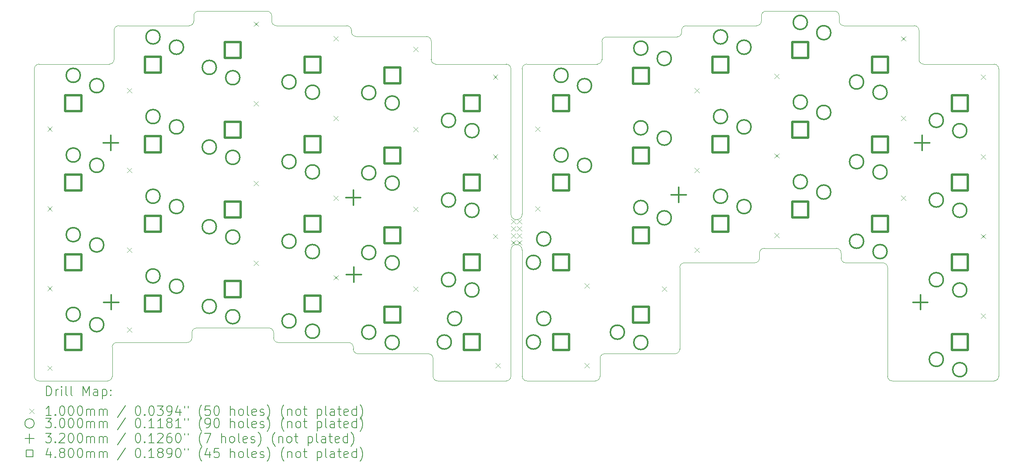
<source format=gbr>
%TF.GenerationSoftware,KiCad,Pcbnew,9.0.0*%
%TF.CreationDate,2025-03-20T15:30:15+09:00*%
%TF.ProjectId,nofy,6e6f6679-2e6b-4696-9361-645f70636258,rev?*%
%TF.SameCoordinates,Original*%
%TF.FileFunction,Drillmap*%
%TF.FilePolarity,Positive*%
%FSLAX45Y45*%
G04 Gerber Fmt 4.5, Leading zero omitted, Abs format (unit mm)*
G04 Created by KiCad (PCBNEW 9.0.0) date 2025-03-20 15:30:15*
%MOMM*%
%LPD*%
G01*
G04 APERTURE LIST*
%ADD10C,0.050000*%
%ADD11C,0.100000*%
%ADD12C,0.200000*%
%ADD13C,0.300000*%
%ADD14C,0.320000*%
%ADD15C,0.480000*%
G04 APERTURE END LIST*
D10*
X15450000Y-2320000D02*
G75*
G02*
X15350000Y-2420000I-100000J0D01*
G01*
X6810000Y-2180000D02*
G75*
G02*
X6710000Y-2080000I0J100000D01*
G01*
X8510000Y-2410000D02*
X10010000Y-2410000D01*
X6710000Y-1970000D02*
X6710000Y-2080000D01*
X1750000Y-3000000D02*
X3250000Y-2999999D01*
X18750000Y-6930000D02*
G75*
G02*
X18850000Y-7030000I0J-100000D01*
G01*
X1650000Y-3100000D02*
G75*
G02*
X1750000Y-3000000I100000J0D01*
G01*
X12050000Y-3100000D02*
X12050000Y-6200000D01*
X17150000Y-1970000D02*
G75*
G02*
X17250000Y-1870000I100000J0D01*
G01*
X10250000Y-9760000D02*
G75*
G02*
X10150000Y-9660000I0J100000D01*
G01*
X1650000Y-9660000D02*
X1650000Y-3100000D01*
X5050000Y-2080000D02*
G75*
G02*
X4950000Y-2180000I-100000J0D01*
G01*
X11710000Y-3000000D02*
X10210000Y-3000000D01*
X3350000Y-2899999D02*
X3350000Y-2280000D01*
X17110000Y-7030000D02*
G75*
G02*
X17210000Y-6930000I100000J0D01*
G01*
X19940000Y-9760000D02*
X22110000Y-9760000D01*
X6610000Y-1870000D02*
G75*
G02*
X6710000Y-1970000I0J-100000D01*
G01*
X13710000Y-9660000D02*
G75*
G02*
X13610000Y-9760000I-100000J0D01*
G01*
X17150000Y-2080000D02*
G75*
G02*
X17050000Y-2180000I-100000J0D01*
G01*
X20610000Y-2999999D02*
G75*
G02*
X20510001Y-2899999I0J99999D01*
G01*
X8350000Y-8940000D02*
G75*
G02*
X8450000Y-9040000I0J-100000D01*
G01*
X5010000Y-8730000D02*
X5010000Y-8840000D01*
X13710000Y-9660000D02*
X13710000Y-9280000D01*
X17150000Y-1970000D02*
X17150000Y-2080000D01*
X19840000Y-7340000D02*
X19840000Y-9660000D01*
X15410000Y-7340000D02*
G75*
G02*
X15510000Y-7240000I100000J0D01*
G01*
X18710000Y-1870000D02*
X17250000Y-1870000D01*
X20410000Y-2180000D02*
X18910000Y-2180000D01*
X19740000Y-7240000D02*
G75*
G02*
X19840000Y-7340000I0J-100000D01*
G01*
X17110000Y-7140000D02*
X17110000Y-7030000D01*
X5050000Y-2080000D02*
X5050000Y-1970000D01*
X18950000Y-7240000D02*
X19740000Y-7240000D01*
X5010000Y-8840000D02*
G75*
G02*
X4910000Y-8940000I-100000J0D01*
G01*
X11810000Y-3100655D02*
X11810000Y-6200000D01*
X18910000Y-2180000D02*
G75*
G02*
X18810000Y-2080000I0J100000D01*
G01*
X15510000Y-7240000D02*
X17010000Y-7240000D01*
X8350000Y-8940000D02*
X6850000Y-8940000D01*
X8410000Y-2280000D02*
X8410000Y-2310000D01*
X5050000Y-1970000D02*
G75*
G02*
X5150000Y-1870000I100000J0D01*
G01*
X10110000Y-2510000D02*
X10110000Y-2899625D01*
X1750000Y-9760000D02*
G75*
G02*
X1650000Y-9660000I0J100000D01*
G01*
X6850000Y-8940000D02*
G75*
G02*
X6750000Y-8840000I0J100000D01*
G01*
X17050000Y-2180000D02*
X15550000Y-2180000D01*
X6650000Y-8630000D02*
X5110000Y-8630000D01*
X17110000Y-7140000D02*
G75*
G02*
X17010000Y-7240000I-100000J0D01*
G01*
X10050000Y-9180000D02*
G75*
G02*
X10150000Y-9280000I0J-100000D01*
G01*
X10210000Y-3000000D02*
G75*
G02*
X10110000Y-2900000I0J100000D01*
G01*
X6810000Y-2180000D02*
X8310000Y-2180000D01*
X8510000Y-2410000D02*
G75*
G02*
X8410000Y-2310000I0J100000D01*
G01*
X11710000Y-9760000D02*
X10250000Y-9760000D01*
X20410000Y-2180000D02*
G75*
G02*
X20510000Y-2280000I0J-100000D01*
G01*
X13750000Y-2520000D02*
G75*
G02*
X13850000Y-2420000I100000J0D01*
G01*
X8550000Y-9180000D02*
G75*
G02*
X8450000Y-9080000I0J100000D01*
G01*
X12150000Y-9760000D02*
G75*
G02*
X12050000Y-9660000I0J100000D01*
G01*
X17210000Y-6930000D02*
X18750000Y-6930000D01*
X18950000Y-7240000D02*
G75*
G02*
X18850000Y-7140000I0J100000D01*
G01*
X12150000Y-9760000D02*
X13610000Y-9760000D01*
X3310000Y-9040000D02*
G75*
G02*
X3410000Y-8940000I100000J0D01*
G01*
X3310000Y-9040000D02*
X3310000Y-9660000D01*
X5150000Y-1870000D02*
X6610000Y-1870000D01*
X12050000Y-3100000D02*
G75*
G02*
X12150000Y-3000000I100000J0D01*
G01*
X13750000Y-2900000D02*
X13750000Y-2520000D01*
X13650000Y-3000000D02*
X12150000Y-3000000D01*
X18710000Y-1870000D02*
G75*
G02*
X18810000Y-1970000I0J-100000D01*
G01*
X3350000Y-2899999D02*
G75*
G02*
X3250000Y-3000000I-100000J-1D01*
G01*
X18850000Y-7030000D02*
X18850000Y-7140000D01*
X22210000Y-9660000D02*
X22210000Y-3100000D01*
X19940000Y-9760000D02*
G75*
G02*
X19840000Y-9660000I0J100000D01*
G01*
X12050000Y-9660000D02*
X12050000Y-6970000D01*
X10050000Y-9180000D02*
X8550000Y-9180000D01*
X13810000Y-9180000D02*
X15310000Y-9180000D01*
X18810000Y-2080000D02*
X18810000Y-1970000D01*
X6750000Y-8840000D02*
X6750000Y-8730000D01*
X15350000Y-2420000D02*
X13850000Y-2420000D01*
X3310000Y-9660000D02*
G75*
G02*
X3210000Y-9760000I-100000J0D01*
G01*
X15410000Y-9080000D02*
X15410000Y-7340000D01*
X20510000Y-2899999D02*
X20510000Y-2280000D01*
X22110000Y-3000000D02*
G75*
G02*
X22210000Y-3100000I0J-100000D01*
G01*
X4910000Y-8940000D02*
X3410000Y-8940000D01*
X10010000Y-2410000D02*
G75*
G02*
X10110000Y-2510000I0J-100000D01*
G01*
X8450000Y-9080000D02*
X8450000Y-9040000D01*
X5010000Y-8730000D02*
G75*
G02*
X5110000Y-8630000I100000J0D01*
G01*
X6650000Y-8630000D02*
G75*
G02*
X6750000Y-8730000I0J-100000D01*
G01*
X3350000Y-2280000D02*
G75*
G02*
X3450000Y-2180000I100000J0D01*
G01*
X13750000Y-2900000D02*
G75*
G02*
X13650000Y-3000000I-100000J0D01*
G01*
X13710000Y-9280000D02*
G75*
G02*
X13810000Y-9180000I100000J0D01*
G01*
X8310000Y-2180000D02*
G75*
G02*
X8410000Y-2280000I0J-100000D01*
G01*
X15450000Y-2280000D02*
X15450000Y-2320000D01*
X15450000Y-2280000D02*
G75*
G02*
X15550000Y-2180000I100000J0D01*
G01*
X11810000Y-6970000D02*
X11810000Y-9660000D01*
X10150000Y-9660000D02*
X10150000Y-9280000D01*
X3210000Y-9760000D02*
X1750000Y-9760000D01*
X15410000Y-9080000D02*
G75*
G02*
X15310000Y-9180000I-100000J0D01*
G01*
X3450000Y-2180000D02*
X4950000Y-2180000D01*
X22110000Y-3000000D02*
X20610000Y-2999999D01*
X11710000Y-3000000D02*
G75*
G02*
X11810000Y-3100000I0J-100000D01*
G01*
X22210000Y-9660000D02*
G75*
G02*
X22110000Y-9760000I-100000J0D01*
G01*
X11810000Y-9660000D02*
G75*
G02*
X11710000Y-9760000I-100000J0D01*
G01*
D11*
X11810000Y-6970000D02*
G75*
G02*
X12050000Y-6970000I120000J0D01*
G01*
X12050000Y-6200000D02*
G75*
G02*
X11810000Y-6200000I-120000J0D01*
G01*
D12*
D11*
X1930000Y-4335000D02*
X2030000Y-4435000D01*
X2030000Y-4335000D02*
X1930000Y-4435000D01*
X1930000Y-6035000D02*
X2030000Y-6135000D01*
X2030000Y-6035000D02*
X1930000Y-6135000D01*
X1930000Y-7735000D02*
X2030000Y-7835000D01*
X2030000Y-7735000D02*
X1930000Y-7835000D01*
X1930000Y-9435000D02*
X2030000Y-9535000D01*
X2030000Y-9435000D02*
X1930000Y-9535000D01*
X3630000Y-3515000D02*
X3730000Y-3615000D01*
X3730000Y-3515000D02*
X3630000Y-3615000D01*
X3630000Y-5215000D02*
X3730000Y-5315000D01*
X3730000Y-5215000D02*
X3630000Y-5315000D01*
X3630000Y-6915000D02*
X3730000Y-7015000D01*
X3730000Y-6915000D02*
X3630000Y-7015000D01*
X3630000Y-8615000D02*
X3730000Y-8715000D01*
X3730000Y-8615000D02*
X3630000Y-8715000D01*
X6330000Y-2095000D02*
X6430000Y-2195000D01*
X6430000Y-2095000D02*
X6330000Y-2195000D01*
X6330000Y-3795000D02*
X6430000Y-3895000D01*
X6430000Y-3795000D02*
X6330000Y-3895000D01*
X6330000Y-5495000D02*
X6430000Y-5595000D01*
X6430000Y-5495000D02*
X6330000Y-5595000D01*
X6330000Y-7195000D02*
X6430000Y-7295000D01*
X6430000Y-7195000D02*
X6330000Y-7295000D01*
X8030000Y-2405000D02*
X8130000Y-2505000D01*
X8130000Y-2405000D02*
X8030000Y-2505000D01*
X8030000Y-4105000D02*
X8130000Y-4205000D01*
X8130000Y-4105000D02*
X8030000Y-4205000D01*
X8030000Y-5805000D02*
X8130000Y-5905000D01*
X8130000Y-5805000D02*
X8030000Y-5905000D01*
X8030000Y-7505000D02*
X8130000Y-7605000D01*
X8130000Y-7505000D02*
X8030000Y-7605000D01*
X9730000Y-2635000D02*
X9830000Y-2735000D01*
X9830000Y-2635000D02*
X9730000Y-2735000D01*
X9730000Y-4345000D02*
X9830000Y-4445000D01*
X9830000Y-4345000D02*
X9730000Y-4445000D01*
X9730000Y-6045000D02*
X9830000Y-6145000D01*
X9830000Y-6045000D02*
X9730000Y-6145000D01*
X9730000Y-7745000D02*
X9830000Y-7845000D01*
X9830000Y-7745000D02*
X9730000Y-7845000D01*
X11430000Y-3225000D02*
X11530000Y-3325000D01*
X11530000Y-3225000D02*
X11430000Y-3325000D01*
X11430000Y-4925000D02*
X11530000Y-5025000D01*
X11530000Y-4925000D02*
X11430000Y-5025000D01*
X11430000Y-6625000D02*
X11530000Y-6725000D01*
X11530000Y-6625000D02*
X11430000Y-6725000D01*
X11485000Y-9380000D02*
X11585000Y-9480000D01*
X11585000Y-9380000D02*
X11485000Y-9480000D01*
X11815000Y-6310000D02*
X11915000Y-6410000D01*
X11915000Y-6310000D02*
X11815000Y-6410000D01*
X11815000Y-6460000D02*
X11915000Y-6560000D01*
X11915000Y-6460000D02*
X11815000Y-6560000D01*
X11815000Y-6610000D02*
X11915000Y-6710000D01*
X11915000Y-6610000D02*
X11815000Y-6710000D01*
X11815000Y-6760000D02*
X11915000Y-6860000D01*
X11915000Y-6760000D02*
X11815000Y-6860000D01*
X11945000Y-6310000D02*
X12045000Y-6410000D01*
X12045000Y-6310000D02*
X11945000Y-6410000D01*
X11945000Y-6460000D02*
X12045000Y-6560000D01*
X12045000Y-6460000D02*
X11945000Y-6560000D01*
X11945000Y-6610000D02*
X12045000Y-6710000D01*
X12045000Y-6610000D02*
X11945000Y-6710000D01*
X11945000Y-6760000D02*
X12045000Y-6860000D01*
X12045000Y-6760000D02*
X11945000Y-6860000D01*
X12330000Y-4335000D02*
X12430000Y-4435000D01*
X12430000Y-4335000D02*
X12330000Y-4435000D01*
X12330000Y-6035000D02*
X12430000Y-6135000D01*
X12430000Y-6035000D02*
X12330000Y-6135000D01*
X13385000Y-7680000D02*
X13485000Y-7780000D01*
X13485000Y-7680000D02*
X13385000Y-7780000D01*
X13385000Y-9380000D02*
X13485000Y-9480000D01*
X13485000Y-9380000D02*
X13385000Y-9480000D01*
X15030000Y-7745000D02*
X15130000Y-7845000D01*
X15130000Y-7745000D02*
X15030000Y-7845000D01*
X15730000Y-3515000D02*
X15830000Y-3615000D01*
X15830000Y-3515000D02*
X15730000Y-3615000D01*
X15730000Y-5215000D02*
X15830000Y-5315000D01*
X15830000Y-5215000D02*
X15730000Y-5315000D01*
X15730000Y-6915000D02*
X15830000Y-7015000D01*
X15830000Y-6915000D02*
X15730000Y-7015000D01*
X17430000Y-3205000D02*
X17530000Y-3305000D01*
X17530000Y-3205000D02*
X17430000Y-3305000D01*
X17430000Y-4905000D02*
X17530000Y-5005000D01*
X17530000Y-4905000D02*
X17430000Y-5005000D01*
X17430000Y-6605000D02*
X17530000Y-6705000D01*
X17530000Y-6605000D02*
X17430000Y-6705000D01*
X20130000Y-2407500D02*
X20230000Y-2507500D01*
X20230000Y-2407500D02*
X20130000Y-2507500D01*
X20130000Y-4107500D02*
X20230000Y-4207500D01*
X20230000Y-4107500D02*
X20130000Y-4207500D01*
X20130000Y-5805000D02*
X20230000Y-5905000D01*
X20230000Y-5805000D02*
X20130000Y-5905000D01*
X21830000Y-3225000D02*
X21930000Y-3325000D01*
X21930000Y-3225000D02*
X21830000Y-3325000D01*
X21830000Y-4925000D02*
X21930000Y-5025000D01*
X21930000Y-4925000D02*
X21830000Y-5025000D01*
X21830000Y-6625000D02*
X21930000Y-6725000D01*
X21930000Y-6625000D02*
X21830000Y-6725000D01*
X21830000Y-8325000D02*
X21930000Y-8425000D01*
X21930000Y-8325000D02*
X21830000Y-8425000D01*
D13*
X2630000Y-3240000D02*
G75*
G02*
X2330000Y-3240000I-150000J0D01*
G01*
X2330000Y-3240000D02*
G75*
G02*
X2630000Y-3240000I150000J0D01*
G01*
X2630000Y-4940000D02*
G75*
G02*
X2330000Y-4940000I-150000J0D01*
G01*
X2330000Y-4940000D02*
G75*
G02*
X2630000Y-4940000I150000J0D01*
G01*
X2630000Y-6640000D02*
G75*
G02*
X2330000Y-6640000I-150000J0D01*
G01*
X2330000Y-6640000D02*
G75*
G02*
X2630000Y-6640000I150000J0D01*
G01*
X2630000Y-8340000D02*
G75*
G02*
X2330000Y-8340000I-150000J0D01*
G01*
X2330000Y-8340000D02*
G75*
G02*
X2630000Y-8340000I150000J0D01*
G01*
X3130000Y-3460000D02*
G75*
G02*
X2830000Y-3460000I-150000J0D01*
G01*
X2830000Y-3460000D02*
G75*
G02*
X3130000Y-3460000I150000J0D01*
G01*
X3130000Y-5160000D02*
G75*
G02*
X2830000Y-5160000I-150000J0D01*
G01*
X2830000Y-5160000D02*
G75*
G02*
X3130000Y-5160000I150000J0D01*
G01*
X3130000Y-6860000D02*
G75*
G02*
X2830000Y-6860000I-150000J0D01*
G01*
X2830000Y-6860000D02*
G75*
G02*
X3130000Y-6860000I150000J0D01*
G01*
X3130000Y-8560000D02*
G75*
G02*
X2830000Y-8560000I-150000J0D01*
G01*
X2830000Y-8560000D02*
G75*
G02*
X3130000Y-8560000I150000J0D01*
G01*
X4330000Y-2420000D02*
G75*
G02*
X4030000Y-2420000I-150000J0D01*
G01*
X4030000Y-2420000D02*
G75*
G02*
X4330000Y-2420000I150000J0D01*
G01*
X4330000Y-4120000D02*
G75*
G02*
X4030000Y-4120000I-150000J0D01*
G01*
X4030000Y-4120000D02*
G75*
G02*
X4330000Y-4120000I150000J0D01*
G01*
X4330000Y-5820000D02*
G75*
G02*
X4030000Y-5820000I-150000J0D01*
G01*
X4030000Y-5820000D02*
G75*
G02*
X4330000Y-5820000I150000J0D01*
G01*
X4330000Y-7520000D02*
G75*
G02*
X4030000Y-7520000I-150000J0D01*
G01*
X4030000Y-7520000D02*
G75*
G02*
X4330000Y-7520000I150000J0D01*
G01*
X4830000Y-2640000D02*
G75*
G02*
X4530000Y-2640000I-150000J0D01*
G01*
X4530000Y-2640000D02*
G75*
G02*
X4830000Y-2640000I150000J0D01*
G01*
X4830000Y-4340000D02*
G75*
G02*
X4530000Y-4340000I-150000J0D01*
G01*
X4530000Y-4340000D02*
G75*
G02*
X4830000Y-4340000I150000J0D01*
G01*
X4830000Y-6040000D02*
G75*
G02*
X4530000Y-6040000I-150000J0D01*
G01*
X4530000Y-6040000D02*
G75*
G02*
X4830000Y-6040000I150000J0D01*
G01*
X4830000Y-7740000D02*
G75*
G02*
X4530000Y-7740000I-150000J0D01*
G01*
X4530000Y-7740000D02*
G75*
G02*
X4830000Y-7740000I150000J0D01*
G01*
X5530000Y-3070000D02*
G75*
G02*
X5230000Y-3070000I-150000J0D01*
G01*
X5230000Y-3070000D02*
G75*
G02*
X5530000Y-3070000I150000J0D01*
G01*
X5530000Y-4770000D02*
G75*
G02*
X5230000Y-4770000I-150000J0D01*
G01*
X5230000Y-4770000D02*
G75*
G02*
X5530000Y-4770000I150000J0D01*
G01*
X5530000Y-6470000D02*
G75*
G02*
X5230000Y-6470000I-150000J0D01*
G01*
X5230000Y-6470000D02*
G75*
G02*
X5530000Y-6470000I150000J0D01*
G01*
X5530000Y-8170000D02*
G75*
G02*
X5230000Y-8170000I-150000J0D01*
G01*
X5230000Y-8170000D02*
G75*
G02*
X5530000Y-8170000I150000J0D01*
G01*
X6030000Y-3290000D02*
G75*
G02*
X5730000Y-3290000I-150000J0D01*
G01*
X5730000Y-3290000D02*
G75*
G02*
X6030000Y-3290000I150000J0D01*
G01*
X6030000Y-4990000D02*
G75*
G02*
X5730000Y-4990000I-150000J0D01*
G01*
X5730000Y-4990000D02*
G75*
G02*
X6030000Y-4990000I150000J0D01*
G01*
X6030000Y-6690000D02*
G75*
G02*
X5730000Y-6690000I-150000J0D01*
G01*
X5730000Y-6690000D02*
G75*
G02*
X6030000Y-6690000I150000J0D01*
G01*
X6030000Y-8390000D02*
G75*
G02*
X5730000Y-8390000I-150000J0D01*
G01*
X5730000Y-8390000D02*
G75*
G02*
X6030000Y-8390000I150000J0D01*
G01*
X7230000Y-3380000D02*
G75*
G02*
X6930000Y-3380000I-150000J0D01*
G01*
X6930000Y-3380000D02*
G75*
G02*
X7230000Y-3380000I150000J0D01*
G01*
X7230000Y-5080000D02*
G75*
G02*
X6930000Y-5080000I-150000J0D01*
G01*
X6930000Y-5080000D02*
G75*
G02*
X7230000Y-5080000I150000J0D01*
G01*
X7230000Y-6780000D02*
G75*
G02*
X6930000Y-6780000I-150000J0D01*
G01*
X6930000Y-6780000D02*
G75*
G02*
X7230000Y-6780000I150000J0D01*
G01*
X7230000Y-8480000D02*
G75*
G02*
X6930000Y-8480000I-150000J0D01*
G01*
X6930000Y-8480000D02*
G75*
G02*
X7230000Y-8480000I150000J0D01*
G01*
X7730000Y-3600000D02*
G75*
G02*
X7430000Y-3600000I-150000J0D01*
G01*
X7430000Y-3600000D02*
G75*
G02*
X7730000Y-3600000I150000J0D01*
G01*
X7730000Y-5300000D02*
G75*
G02*
X7430000Y-5300000I-150000J0D01*
G01*
X7430000Y-5300000D02*
G75*
G02*
X7730000Y-5300000I150000J0D01*
G01*
X7730000Y-7000000D02*
G75*
G02*
X7430000Y-7000000I-150000J0D01*
G01*
X7430000Y-7000000D02*
G75*
G02*
X7730000Y-7000000I150000J0D01*
G01*
X7730000Y-8700000D02*
G75*
G02*
X7430000Y-8700000I-150000J0D01*
G01*
X7430000Y-8700000D02*
G75*
G02*
X7730000Y-8700000I150000J0D01*
G01*
X8930000Y-3610000D02*
G75*
G02*
X8630000Y-3610000I-150000J0D01*
G01*
X8630000Y-3610000D02*
G75*
G02*
X8930000Y-3610000I150000J0D01*
G01*
X8930000Y-5320000D02*
G75*
G02*
X8630000Y-5320000I-150000J0D01*
G01*
X8630000Y-5320000D02*
G75*
G02*
X8930000Y-5320000I150000J0D01*
G01*
X8930000Y-7020000D02*
G75*
G02*
X8630000Y-7020000I-150000J0D01*
G01*
X8630000Y-7020000D02*
G75*
G02*
X8930000Y-7020000I150000J0D01*
G01*
X8930000Y-8720000D02*
G75*
G02*
X8630000Y-8720000I-150000J0D01*
G01*
X8630000Y-8720000D02*
G75*
G02*
X8930000Y-8720000I150000J0D01*
G01*
X9430000Y-3830000D02*
G75*
G02*
X9130000Y-3830000I-150000J0D01*
G01*
X9130000Y-3830000D02*
G75*
G02*
X9430000Y-3830000I150000J0D01*
G01*
X9430000Y-5540000D02*
G75*
G02*
X9130000Y-5540000I-150000J0D01*
G01*
X9130000Y-5540000D02*
G75*
G02*
X9430000Y-5540000I150000J0D01*
G01*
X9430000Y-7240000D02*
G75*
G02*
X9130000Y-7240000I-150000J0D01*
G01*
X9130000Y-7240000D02*
G75*
G02*
X9430000Y-7240000I150000J0D01*
G01*
X9430000Y-8940000D02*
G75*
G02*
X9130000Y-8940000I-150000J0D01*
G01*
X9130000Y-8940000D02*
G75*
G02*
X9430000Y-8940000I150000J0D01*
G01*
X10540000Y-8930000D02*
G75*
G02*
X10240000Y-8930000I-150000J0D01*
G01*
X10240000Y-8930000D02*
G75*
G02*
X10540000Y-8930000I150000J0D01*
G01*
X10630000Y-4200000D02*
G75*
G02*
X10330000Y-4200000I-150000J0D01*
G01*
X10330000Y-4200000D02*
G75*
G02*
X10630000Y-4200000I150000J0D01*
G01*
X10630000Y-5900000D02*
G75*
G02*
X10330000Y-5900000I-150000J0D01*
G01*
X10330000Y-5900000D02*
G75*
G02*
X10630000Y-5900000I150000J0D01*
G01*
X10630000Y-7600000D02*
G75*
G02*
X10330000Y-7600000I-150000J0D01*
G01*
X10330000Y-7600000D02*
G75*
G02*
X10630000Y-7600000I150000J0D01*
G01*
X10760000Y-8430000D02*
G75*
G02*
X10460000Y-8430000I-150000J0D01*
G01*
X10460000Y-8430000D02*
G75*
G02*
X10760000Y-8430000I150000J0D01*
G01*
X11130000Y-4420000D02*
G75*
G02*
X10830000Y-4420000I-150000J0D01*
G01*
X10830000Y-4420000D02*
G75*
G02*
X11130000Y-4420000I150000J0D01*
G01*
X11130000Y-6120000D02*
G75*
G02*
X10830000Y-6120000I-150000J0D01*
G01*
X10830000Y-6120000D02*
G75*
G02*
X11130000Y-6120000I150000J0D01*
G01*
X11130000Y-7820000D02*
G75*
G02*
X10830000Y-7820000I-150000J0D01*
G01*
X10830000Y-7820000D02*
G75*
G02*
X11130000Y-7820000I150000J0D01*
G01*
X12440000Y-7230000D02*
G75*
G02*
X12140000Y-7230000I-150000J0D01*
G01*
X12140000Y-7230000D02*
G75*
G02*
X12440000Y-7230000I150000J0D01*
G01*
X12440000Y-8930000D02*
G75*
G02*
X12140000Y-8930000I-150000J0D01*
G01*
X12140000Y-8930000D02*
G75*
G02*
X12440000Y-8930000I150000J0D01*
G01*
X12660000Y-6730000D02*
G75*
G02*
X12360000Y-6730000I-150000J0D01*
G01*
X12360000Y-6730000D02*
G75*
G02*
X12660000Y-6730000I150000J0D01*
G01*
X12660000Y-8430000D02*
G75*
G02*
X12360000Y-8430000I-150000J0D01*
G01*
X12360000Y-8430000D02*
G75*
G02*
X12660000Y-8430000I150000J0D01*
G01*
X13030000Y-3240000D02*
G75*
G02*
X12730000Y-3240000I-150000J0D01*
G01*
X12730000Y-3240000D02*
G75*
G02*
X13030000Y-3240000I150000J0D01*
G01*
X13030000Y-4940000D02*
G75*
G02*
X12730000Y-4940000I-150000J0D01*
G01*
X12730000Y-4940000D02*
G75*
G02*
X13030000Y-4940000I150000J0D01*
G01*
X13530000Y-3460000D02*
G75*
G02*
X13230000Y-3460000I-150000J0D01*
G01*
X13230000Y-3460000D02*
G75*
G02*
X13530000Y-3460000I150000J0D01*
G01*
X13530000Y-5160000D02*
G75*
G02*
X13230000Y-5160000I-150000J0D01*
G01*
X13230000Y-5160000D02*
G75*
G02*
X13530000Y-5160000I150000J0D01*
G01*
X14230000Y-8720000D02*
G75*
G02*
X13930000Y-8720000I-150000J0D01*
G01*
X13930000Y-8720000D02*
G75*
G02*
X14230000Y-8720000I150000J0D01*
G01*
X14730000Y-2660000D02*
G75*
G02*
X14430000Y-2660000I-150000J0D01*
G01*
X14430000Y-2660000D02*
G75*
G02*
X14730000Y-2660000I150000J0D01*
G01*
X14730000Y-4360000D02*
G75*
G02*
X14430000Y-4360000I-150000J0D01*
G01*
X14430000Y-4360000D02*
G75*
G02*
X14730000Y-4360000I150000J0D01*
G01*
X14730000Y-6060000D02*
G75*
G02*
X14430000Y-6060000I-150000J0D01*
G01*
X14430000Y-6060000D02*
G75*
G02*
X14730000Y-6060000I150000J0D01*
G01*
X14730000Y-8940000D02*
G75*
G02*
X14430000Y-8940000I-150000J0D01*
G01*
X14430000Y-8940000D02*
G75*
G02*
X14730000Y-8940000I150000J0D01*
G01*
X15230000Y-2880000D02*
G75*
G02*
X14930000Y-2880000I-150000J0D01*
G01*
X14930000Y-2880000D02*
G75*
G02*
X15230000Y-2880000I150000J0D01*
G01*
X15230000Y-4580000D02*
G75*
G02*
X14930000Y-4580000I-150000J0D01*
G01*
X14930000Y-4580000D02*
G75*
G02*
X15230000Y-4580000I150000J0D01*
G01*
X15230000Y-6280000D02*
G75*
G02*
X14930000Y-6280000I-150000J0D01*
G01*
X14930000Y-6280000D02*
G75*
G02*
X15230000Y-6280000I150000J0D01*
G01*
X16430000Y-2420000D02*
G75*
G02*
X16130000Y-2420000I-150000J0D01*
G01*
X16130000Y-2420000D02*
G75*
G02*
X16430000Y-2420000I150000J0D01*
G01*
X16430000Y-4120000D02*
G75*
G02*
X16130000Y-4120000I-150000J0D01*
G01*
X16130000Y-4120000D02*
G75*
G02*
X16430000Y-4120000I150000J0D01*
G01*
X16430000Y-5820000D02*
G75*
G02*
X16130000Y-5820000I-150000J0D01*
G01*
X16130000Y-5820000D02*
G75*
G02*
X16430000Y-5820000I150000J0D01*
G01*
X16930000Y-2640000D02*
G75*
G02*
X16630000Y-2640000I-150000J0D01*
G01*
X16630000Y-2640000D02*
G75*
G02*
X16930000Y-2640000I150000J0D01*
G01*
X16930000Y-4340000D02*
G75*
G02*
X16630000Y-4340000I-150000J0D01*
G01*
X16630000Y-4340000D02*
G75*
G02*
X16930000Y-4340000I150000J0D01*
G01*
X16930000Y-6040000D02*
G75*
G02*
X16630000Y-6040000I-150000J0D01*
G01*
X16630000Y-6040000D02*
G75*
G02*
X16930000Y-6040000I150000J0D01*
G01*
X18130000Y-2110000D02*
G75*
G02*
X17830000Y-2110000I-150000J0D01*
G01*
X17830000Y-2110000D02*
G75*
G02*
X18130000Y-2110000I150000J0D01*
G01*
X18130000Y-3810000D02*
G75*
G02*
X17830000Y-3810000I-150000J0D01*
G01*
X17830000Y-3810000D02*
G75*
G02*
X18130000Y-3810000I150000J0D01*
G01*
X18130000Y-5510000D02*
G75*
G02*
X17830000Y-5510000I-150000J0D01*
G01*
X17830000Y-5510000D02*
G75*
G02*
X18130000Y-5510000I150000J0D01*
G01*
X18630000Y-2330000D02*
G75*
G02*
X18330000Y-2330000I-150000J0D01*
G01*
X18330000Y-2330000D02*
G75*
G02*
X18630000Y-2330000I150000J0D01*
G01*
X18630000Y-4030000D02*
G75*
G02*
X18330000Y-4030000I-150000J0D01*
G01*
X18330000Y-4030000D02*
G75*
G02*
X18630000Y-4030000I150000J0D01*
G01*
X18630000Y-5730000D02*
G75*
G02*
X18330000Y-5730000I-150000J0D01*
G01*
X18330000Y-5730000D02*
G75*
G02*
X18630000Y-5730000I150000J0D01*
G01*
X19330000Y-3382500D02*
G75*
G02*
X19030000Y-3382500I-150000J0D01*
G01*
X19030000Y-3382500D02*
G75*
G02*
X19330000Y-3382500I150000J0D01*
G01*
X19330000Y-5082500D02*
G75*
G02*
X19030000Y-5082500I-150000J0D01*
G01*
X19030000Y-5082500D02*
G75*
G02*
X19330000Y-5082500I150000J0D01*
G01*
X19330000Y-6780000D02*
G75*
G02*
X19030000Y-6780000I-150000J0D01*
G01*
X19030000Y-6780000D02*
G75*
G02*
X19330000Y-6780000I150000J0D01*
G01*
X19830000Y-3602500D02*
G75*
G02*
X19530000Y-3602500I-150000J0D01*
G01*
X19530000Y-3602500D02*
G75*
G02*
X19830000Y-3602500I150000J0D01*
G01*
X19830000Y-5302500D02*
G75*
G02*
X19530000Y-5302500I-150000J0D01*
G01*
X19530000Y-5302500D02*
G75*
G02*
X19830000Y-5302500I150000J0D01*
G01*
X19830000Y-7000000D02*
G75*
G02*
X19530000Y-7000000I-150000J0D01*
G01*
X19530000Y-7000000D02*
G75*
G02*
X19830000Y-7000000I150000J0D01*
G01*
X21030000Y-4200000D02*
G75*
G02*
X20730000Y-4200000I-150000J0D01*
G01*
X20730000Y-4200000D02*
G75*
G02*
X21030000Y-4200000I150000J0D01*
G01*
X21030000Y-5900000D02*
G75*
G02*
X20730000Y-5900000I-150000J0D01*
G01*
X20730000Y-5900000D02*
G75*
G02*
X21030000Y-5900000I150000J0D01*
G01*
X21030000Y-7600000D02*
G75*
G02*
X20730000Y-7600000I-150000J0D01*
G01*
X20730000Y-7600000D02*
G75*
G02*
X21030000Y-7600000I150000J0D01*
G01*
X21030000Y-9300000D02*
G75*
G02*
X20730000Y-9300000I-150000J0D01*
G01*
X20730000Y-9300000D02*
G75*
G02*
X21030000Y-9300000I150000J0D01*
G01*
X21530000Y-4420000D02*
G75*
G02*
X21230000Y-4420000I-150000J0D01*
G01*
X21230000Y-4420000D02*
G75*
G02*
X21530000Y-4420000I150000J0D01*
G01*
X21530000Y-6120000D02*
G75*
G02*
X21230000Y-6120000I-150000J0D01*
G01*
X21230000Y-6120000D02*
G75*
G02*
X21530000Y-6120000I150000J0D01*
G01*
X21530000Y-7820000D02*
G75*
G02*
X21230000Y-7820000I-150000J0D01*
G01*
X21230000Y-7820000D02*
G75*
G02*
X21530000Y-7820000I150000J0D01*
G01*
X21530000Y-9520000D02*
G75*
G02*
X21230000Y-9520000I-150000J0D01*
G01*
X21230000Y-9520000D02*
G75*
G02*
X21530000Y-9520000I150000J0D01*
G01*
D14*
X3280000Y-4520000D02*
X3280000Y-4840000D01*
X3120000Y-4680000D02*
X3440000Y-4680000D01*
X3290000Y-7920000D02*
X3290000Y-8240000D01*
X3130000Y-8080000D02*
X3450000Y-8080000D01*
X8450000Y-5690000D02*
X8450000Y-6010000D01*
X8290000Y-5850000D02*
X8610000Y-5850000D01*
X8463000Y-7331000D02*
X8463000Y-7651000D01*
X8303000Y-7491000D02*
X8623000Y-7491000D01*
X15390000Y-5630000D02*
X15390000Y-5950000D01*
X15230000Y-5790000D02*
X15550000Y-5790000D01*
X20540000Y-7920000D02*
X20540000Y-8240000D01*
X20380000Y-8080000D02*
X20700000Y-8080000D01*
X20580000Y-4520000D02*
X20580000Y-4840000D01*
X20420000Y-4680000D02*
X20740000Y-4680000D01*
D15*
X2649707Y-3999707D02*
X2649707Y-3660293D01*
X2310293Y-3660293D01*
X2310293Y-3999707D01*
X2649707Y-3999707D01*
X2649707Y-5699707D02*
X2649707Y-5360293D01*
X2310293Y-5360293D01*
X2310293Y-5699707D01*
X2649707Y-5699707D01*
X2649707Y-7399707D02*
X2649707Y-7060293D01*
X2310293Y-7060293D01*
X2310293Y-7399707D01*
X2649707Y-7399707D01*
X2649707Y-9099707D02*
X2649707Y-8760293D01*
X2310293Y-8760293D01*
X2310293Y-9099707D01*
X2649707Y-9099707D01*
X4349707Y-3179707D02*
X4349707Y-2840293D01*
X4010293Y-2840293D01*
X4010293Y-3179707D01*
X4349707Y-3179707D01*
X4349707Y-4879707D02*
X4349707Y-4540293D01*
X4010293Y-4540293D01*
X4010293Y-4879707D01*
X4349707Y-4879707D01*
X4349707Y-6579707D02*
X4349707Y-6240293D01*
X4010293Y-6240293D01*
X4010293Y-6579707D01*
X4349707Y-6579707D01*
X4349707Y-8279707D02*
X4349707Y-7940293D01*
X4010293Y-7940293D01*
X4010293Y-8279707D01*
X4349707Y-8279707D01*
X6049707Y-2869707D02*
X6049707Y-2530293D01*
X5710293Y-2530293D01*
X5710293Y-2869707D01*
X6049707Y-2869707D01*
X6049707Y-4569707D02*
X6049707Y-4230293D01*
X5710293Y-4230293D01*
X5710293Y-4569707D01*
X6049707Y-4569707D01*
X6049707Y-6269707D02*
X6049707Y-5930293D01*
X5710293Y-5930293D01*
X5710293Y-6269707D01*
X6049707Y-6269707D01*
X6049707Y-7969707D02*
X6049707Y-7630293D01*
X5710293Y-7630293D01*
X5710293Y-7969707D01*
X6049707Y-7969707D01*
X7749707Y-3179707D02*
X7749707Y-2840293D01*
X7410293Y-2840293D01*
X7410293Y-3179707D01*
X7749707Y-3179707D01*
X7749707Y-4879707D02*
X7749707Y-4540293D01*
X7410293Y-4540293D01*
X7410293Y-4879707D01*
X7749707Y-4879707D01*
X7749707Y-6579707D02*
X7749707Y-6240293D01*
X7410293Y-6240293D01*
X7410293Y-6579707D01*
X7749707Y-6579707D01*
X7749707Y-8279707D02*
X7749707Y-7940293D01*
X7410293Y-7940293D01*
X7410293Y-8279707D01*
X7749707Y-8279707D01*
X9449707Y-3409707D02*
X9449707Y-3070293D01*
X9110293Y-3070293D01*
X9110293Y-3409707D01*
X9449707Y-3409707D01*
X9449707Y-5119707D02*
X9449707Y-4780293D01*
X9110293Y-4780293D01*
X9110293Y-5119707D01*
X9449707Y-5119707D01*
X9449707Y-6819707D02*
X9449707Y-6480293D01*
X9110293Y-6480293D01*
X9110293Y-6819707D01*
X9449707Y-6819707D01*
X9449707Y-8519707D02*
X9449707Y-8180293D01*
X9110293Y-8180293D01*
X9110293Y-8519707D01*
X9449707Y-8519707D01*
X11149707Y-3999707D02*
X11149707Y-3660293D01*
X10810293Y-3660293D01*
X10810293Y-3999707D01*
X11149707Y-3999707D01*
X11149707Y-5699707D02*
X11149707Y-5360293D01*
X10810293Y-5360293D01*
X10810293Y-5699707D01*
X11149707Y-5699707D01*
X11149707Y-7399707D02*
X11149707Y-7060293D01*
X10810293Y-7060293D01*
X10810293Y-7399707D01*
X11149707Y-7399707D01*
X11149707Y-9099707D02*
X11149707Y-8760293D01*
X10810293Y-8760293D01*
X10810293Y-9099707D01*
X11149707Y-9099707D01*
X13049707Y-3999707D02*
X13049707Y-3660293D01*
X12710293Y-3660293D01*
X12710293Y-3999707D01*
X13049707Y-3999707D01*
X13049707Y-5699707D02*
X13049707Y-5360293D01*
X12710293Y-5360293D01*
X12710293Y-5699707D01*
X13049707Y-5699707D01*
X13049707Y-7399707D02*
X13049707Y-7060293D01*
X12710293Y-7060293D01*
X12710293Y-7399707D01*
X13049707Y-7399707D01*
X13049707Y-9099707D02*
X13049707Y-8760293D01*
X12710293Y-8760293D01*
X12710293Y-9099707D01*
X13049707Y-9099707D01*
X14749707Y-3419707D02*
X14749707Y-3080293D01*
X14410293Y-3080293D01*
X14410293Y-3419707D01*
X14749707Y-3419707D01*
X14749707Y-5119707D02*
X14749707Y-4780293D01*
X14410293Y-4780293D01*
X14410293Y-5119707D01*
X14749707Y-5119707D01*
X14749707Y-6819707D02*
X14749707Y-6480293D01*
X14410293Y-6480293D01*
X14410293Y-6819707D01*
X14749707Y-6819707D01*
X14749707Y-8519707D02*
X14749707Y-8180293D01*
X14410293Y-8180293D01*
X14410293Y-8519707D01*
X14749707Y-8519707D01*
X16449707Y-3179707D02*
X16449707Y-2840293D01*
X16110293Y-2840293D01*
X16110293Y-3179707D01*
X16449707Y-3179707D01*
X16449707Y-4879707D02*
X16449707Y-4540293D01*
X16110293Y-4540293D01*
X16110293Y-4879707D01*
X16449707Y-4879707D01*
X16449707Y-6579707D02*
X16449707Y-6240293D01*
X16110293Y-6240293D01*
X16110293Y-6579707D01*
X16449707Y-6579707D01*
X18149707Y-2869707D02*
X18149707Y-2530293D01*
X17810293Y-2530293D01*
X17810293Y-2869707D01*
X18149707Y-2869707D01*
X18149707Y-4569707D02*
X18149707Y-4230293D01*
X17810293Y-4230293D01*
X17810293Y-4569707D01*
X18149707Y-4569707D01*
X18149707Y-6269707D02*
X18149707Y-5930293D01*
X17810293Y-5930293D01*
X17810293Y-6269707D01*
X18149707Y-6269707D01*
X19849707Y-3182207D02*
X19849707Y-2842793D01*
X19510293Y-2842793D01*
X19510293Y-3182207D01*
X19849707Y-3182207D01*
X19849707Y-4882207D02*
X19849707Y-4542793D01*
X19510293Y-4542793D01*
X19510293Y-4882207D01*
X19849707Y-4882207D01*
X19849707Y-6579707D02*
X19849707Y-6240293D01*
X19510293Y-6240293D01*
X19510293Y-6579707D01*
X19849707Y-6579707D01*
X21549707Y-3999707D02*
X21549707Y-3660293D01*
X21210293Y-3660293D01*
X21210293Y-3999707D01*
X21549707Y-3999707D01*
X21549707Y-5699707D02*
X21549707Y-5360293D01*
X21210293Y-5360293D01*
X21210293Y-5699707D01*
X21549707Y-5699707D01*
X21549707Y-7399707D02*
X21549707Y-7060293D01*
X21210293Y-7060293D01*
X21210293Y-7399707D01*
X21549707Y-7399707D01*
X21549707Y-9099707D02*
X21549707Y-8760293D01*
X21210293Y-8760293D01*
X21210293Y-9099707D01*
X21549707Y-9099707D01*
D12*
X1908277Y-10073984D02*
X1908277Y-9873984D01*
X1908277Y-9873984D02*
X1955896Y-9873984D01*
X1955896Y-9873984D02*
X1984467Y-9883508D01*
X1984467Y-9883508D02*
X2003515Y-9902555D01*
X2003515Y-9902555D02*
X2013039Y-9921603D01*
X2013039Y-9921603D02*
X2022562Y-9959698D01*
X2022562Y-9959698D02*
X2022562Y-9988270D01*
X2022562Y-9988270D02*
X2013039Y-10026365D01*
X2013039Y-10026365D02*
X2003515Y-10045412D01*
X2003515Y-10045412D02*
X1984467Y-10064460D01*
X1984467Y-10064460D02*
X1955896Y-10073984D01*
X1955896Y-10073984D02*
X1908277Y-10073984D01*
X2108277Y-10073984D02*
X2108277Y-9940650D01*
X2108277Y-9978746D02*
X2117801Y-9959698D01*
X2117801Y-9959698D02*
X2127324Y-9950174D01*
X2127324Y-9950174D02*
X2146372Y-9940650D01*
X2146372Y-9940650D02*
X2165420Y-9940650D01*
X2232086Y-10073984D02*
X2232086Y-9940650D01*
X2232086Y-9873984D02*
X2222563Y-9883508D01*
X2222563Y-9883508D02*
X2232086Y-9893031D01*
X2232086Y-9893031D02*
X2241610Y-9883508D01*
X2241610Y-9883508D02*
X2232086Y-9873984D01*
X2232086Y-9873984D02*
X2232086Y-9893031D01*
X2355896Y-10073984D02*
X2336848Y-10064460D01*
X2336848Y-10064460D02*
X2327324Y-10045412D01*
X2327324Y-10045412D02*
X2327324Y-9873984D01*
X2460658Y-10073984D02*
X2441610Y-10064460D01*
X2441610Y-10064460D02*
X2432086Y-10045412D01*
X2432086Y-10045412D02*
X2432086Y-9873984D01*
X2689229Y-10073984D02*
X2689229Y-9873984D01*
X2689229Y-9873984D02*
X2755896Y-10016841D01*
X2755896Y-10016841D02*
X2822562Y-9873984D01*
X2822562Y-9873984D02*
X2822562Y-10073984D01*
X3003515Y-10073984D02*
X3003515Y-9969222D01*
X3003515Y-9969222D02*
X2993991Y-9950174D01*
X2993991Y-9950174D02*
X2974943Y-9940650D01*
X2974943Y-9940650D02*
X2936848Y-9940650D01*
X2936848Y-9940650D02*
X2917801Y-9950174D01*
X3003515Y-10064460D02*
X2984467Y-10073984D01*
X2984467Y-10073984D02*
X2936848Y-10073984D01*
X2936848Y-10073984D02*
X2917801Y-10064460D01*
X2917801Y-10064460D02*
X2908277Y-10045412D01*
X2908277Y-10045412D02*
X2908277Y-10026365D01*
X2908277Y-10026365D02*
X2917801Y-10007317D01*
X2917801Y-10007317D02*
X2936848Y-9997793D01*
X2936848Y-9997793D02*
X2984467Y-9997793D01*
X2984467Y-9997793D02*
X3003515Y-9988270D01*
X3098753Y-9940650D02*
X3098753Y-10140650D01*
X3098753Y-9950174D02*
X3117801Y-9940650D01*
X3117801Y-9940650D02*
X3155896Y-9940650D01*
X3155896Y-9940650D02*
X3174943Y-9950174D01*
X3174943Y-9950174D02*
X3184467Y-9959698D01*
X3184467Y-9959698D02*
X3193991Y-9978746D01*
X3193991Y-9978746D02*
X3193991Y-10035889D01*
X3193991Y-10035889D02*
X3184467Y-10054936D01*
X3184467Y-10054936D02*
X3174943Y-10064460D01*
X3174943Y-10064460D02*
X3155896Y-10073984D01*
X3155896Y-10073984D02*
X3117801Y-10073984D01*
X3117801Y-10073984D02*
X3098753Y-10064460D01*
X3279705Y-10054936D02*
X3289229Y-10064460D01*
X3289229Y-10064460D02*
X3279705Y-10073984D01*
X3279705Y-10073984D02*
X3270182Y-10064460D01*
X3270182Y-10064460D02*
X3279705Y-10054936D01*
X3279705Y-10054936D02*
X3279705Y-10073984D01*
X3279705Y-9950174D02*
X3289229Y-9959698D01*
X3289229Y-9959698D02*
X3279705Y-9969222D01*
X3279705Y-9969222D02*
X3270182Y-9959698D01*
X3270182Y-9959698D02*
X3279705Y-9950174D01*
X3279705Y-9950174D02*
X3279705Y-9969222D01*
D11*
X1547500Y-10352500D02*
X1647500Y-10452500D01*
X1647500Y-10352500D02*
X1547500Y-10452500D01*
D12*
X2013039Y-10493984D02*
X1898753Y-10493984D01*
X1955896Y-10493984D02*
X1955896Y-10293984D01*
X1955896Y-10293984D02*
X1936848Y-10322555D01*
X1936848Y-10322555D02*
X1917801Y-10341603D01*
X1917801Y-10341603D02*
X1898753Y-10351127D01*
X2098753Y-10474936D02*
X2108277Y-10484460D01*
X2108277Y-10484460D02*
X2098753Y-10493984D01*
X2098753Y-10493984D02*
X2089229Y-10484460D01*
X2089229Y-10484460D02*
X2098753Y-10474936D01*
X2098753Y-10474936D02*
X2098753Y-10493984D01*
X2232086Y-10293984D02*
X2251134Y-10293984D01*
X2251134Y-10293984D02*
X2270182Y-10303508D01*
X2270182Y-10303508D02*
X2279705Y-10313031D01*
X2279705Y-10313031D02*
X2289229Y-10332079D01*
X2289229Y-10332079D02*
X2298753Y-10370174D01*
X2298753Y-10370174D02*
X2298753Y-10417793D01*
X2298753Y-10417793D02*
X2289229Y-10455889D01*
X2289229Y-10455889D02*
X2279705Y-10474936D01*
X2279705Y-10474936D02*
X2270182Y-10484460D01*
X2270182Y-10484460D02*
X2251134Y-10493984D01*
X2251134Y-10493984D02*
X2232086Y-10493984D01*
X2232086Y-10493984D02*
X2213039Y-10484460D01*
X2213039Y-10484460D02*
X2203515Y-10474936D01*
X2203515Y-10474936D02*
X2193991Y-10455889D01*
X2193991Y-10455889D02*
X2184467Y-10417793D01*
X2184467Y-10417793D02*
X2184467Y-10370174D01*
X2184467Y-10370174D02*
X2193991Y-10332079D01*
X2193991Y-10332079D02*
X2203515Y-10313031D01*
X2203515Y-10313031D02*
X2213039Y-10303508D01*
X2213039Y-10303508D02*
X2232086Y-10293984D01*
X2422563Y-10293984D02*
X2441610Y-10293984D01*
X2441610Y-10293984D02*
X2460658Y-10303508D01*
X2460658Y-10303508D02*
X2470182Y-10313031D01*
X2470182Y-10313031D02*
X2479705Y-10332079D01*
X2479705Y-10332079D02*
X2489229Y-10370174D01*
X2489229Y-10370174D02*
X2489229Y-10417793D01*
X2489229Y-10417793D02*
X2479705Y-10455889D01*
X2479705Y-10455889D02*
X2470182Y-10474936D01*
X2470182Y-10474936D02*
X2460658Y-10484460D01*
X2460658Y-10484460D02*
X2441610Y-10493984D01*
X2441610Y-10493984D02*
X2422563Y-10493984D01*
X2422563Y-10493984D02*
X2403515Y-10484460D01*
X2403515Y-10484460D02*
X2393991Y-10474936D01*
X2393991Y-10474936D02*
X2384467Y-10455889D01*
X2384467Y-10455889D02*
X2374944Y-10417793D01*
X2374944Y-10417793D02*
X2374944Y-10370174D01*
X2374944Y-10370174D02*
X2384467Y-10332079D01*
X2384467Y-10332079D02*
X2393991Y-10313031D01*
X2393991Y-10313031D02*
X2403515Y-10303508D01*
X2403515Y-10303508D02*
X2422563Y-10293984D01*
X2613039Y-10293984D02*
X2632086Y-10293984D01*
X2632086Y-10293984D02*
X2651134Y-10303508D01*
X2651134Y-10303508D02*
X2660658Y-10313031D01*
X2660658Y-10313031D02*
X2670182Y-10332079D01*
X2670182Y-10332079D02*
X2679705Y-10370174D01*
X2679705Y-10370174D02*
X2679705Y-10417793D01*
X2679705Y-10417793D02*
X2670182Y-10455889D01*
X2670182Y-10455889D02*
X2660658Y-10474936D01*
X2660658Y-10474936D02*
X2651134Y-10484460D01*
X2651134Y-10484460D02*
X2632086Y-10493984D01*
X2632086Y-10493984D02*
X2613039Y-10493984D01*
X2613039Y-10493984D02*
X2593991Y-10484460D01*
X2593991Y-10484460D02*
X2584467Y-10474936D01*
X2584467Y-10474936D02*
X2574944Y-10455889D01*
X2574944Y-10455889D02*
X2565420Y-10417793D01*
X2565420Y-10417793D02*
X2565420Y-10370174D01*
X2565420Y-10370174D02*
X2574944Y-10332079D01*
X2574944Y-10332079D02*
X2584467Y-10313031D01*
X2584467Y-10313031D02*
X2593991Y-10303508D01*
X2593991Y-10303508D02*
X2613039Y-10293984D01*
X2765420Y-10493984D02*
X2765420Y-10360650D01*
X2765420Y-10379698D02*
X2774944Y-10370174D01*
X2774944Y-10370174D02*
X2793991Y-10360650D01*
X2793991Y-10360650D02*
X2822563Y-10360650D01*
X2822563Y-10360650D02*
X2841610Y-10370174D01*
X2841610Y-10370174D02*
X2851134Y-10389222D01*
X2851134Y-10389222D02*
X2851134Y-10493984D01*
X2851134Y-10389222D02*
X2860658Y-10370174D01*
X2860658Y-10370174D02*
X2879705Y-10360650D01*
X2879705Y-10360650D02*
X2908277Y-10360650D01*
X2908277Y-10360650D02*
X2927324Y-10370174D01*
X2927324Y-10370174D02*
X2936848Y-10389222D01*
X2936848Y-10389222D02*
X2936848Y-10493984D01*
X3032086Y-10493984D02*
X3032086Y-10360650D01*
X3032086Y-10379698D02*
X3041610Y-10370174D01*
X3041610Y-10370174D02*
X3060658Y-10360650D01*
X3060658Y-10360650D02*
X3089229Y-10360650D01*
X3089229Y-10360650D02*
X3108277Y-10370174D01*
X3108277Y-10370174D02*
X3117801Y-10389222D01*
X3117801Y-10389222D02*
X3117801Y-10493984D01*
X3117801Y-10389222D02*
X3127324Y-10370174D01*
X3127324Y-10370174D02*
X3146372Y-10360650D01*
X3146372Y-10360650D02*
X3174943Y-10360650D01*
X3174943Y-10360650D02*
X3193991Y-10370174D01*
X3193991Y-10370174D02*
X3203515Y-10389222D01*
X3203515Y-10389222D02*
X3203515Y-10493984D01*
X3593991Y-10284460D02*
X3422563Y-10541603D01*
X3851134Y-10293984D02*
X3870182Y-10293984D01*
X3870182Y-10293984D02*
X3889229Y-10303508D01*
X3889229Y-10303508D02*
X3898753Y-10313031D01*
X3898753Y-10313031D02*
X3908277Y-10332079D01*
X3908277Y-10332079D02*
X3917801Y-10370174D01*
X3917801Y-10370174D02*
X3917801Y-10417793D01*
X3917801Y-10417793D02*
X3908277Y-10455889D01*
X3908277Y-10455889D02*
X3898753Y-10474936D01*
X3898753Y-10474936D02*
X3889229Y-10484460D01*
X3889229Y-10484460D02*
X3870182Y-10493984D01*
X3870182Y-10493984D02*
X3851134Y-10493984D01*
X3851134Y-10493984D02*
X3832086Y-10484460D01*
X3832086Y-10484460D02*
X3822563Y-10474936D01*
X3822563Y-10474936D02*
X3813039Y-10455889D01*
X3813039Y-10455889D02*
X3803515Y-10417793D01*
X3803515Y-10417793D02*
X3803515Y-10370174D01*
X3803515Y-10370174D02*
X3813039Y-10332079D01*
X3813039Y-10332079D02*
X3822563Y-10313031D01*
X3822563Y-10313031D02*
X3832086Y-10303508D01*
X3832086Y-10303508D02*
X3851134Y-10293984D01*
X4003515Y-10474936D02*
X4013039Y-10484460D01*
X4013039Y-10484460D02*
X4003515Y-10493984D01*
X4003515Y-10493984D02*
X3993991Y-10484460D01*
X3993991Y-10484460D02*
X4003515Y-10474936D01*
X4003515Y-10474936D02*
X4003515Y-10493984D01*
X4136848Y-10293984D02*
X4155896Y-10293984D01*
X4155896Y-10293984D02*
X4174944Y-10303508D01*
X4174944Y-10303508D02*
X4184467Y-10313031D01*
X4184467Y-10313031D02*
X4193991Y-10332079D01*
X4193991Y-10332079D02*
X4203515Y-10370174D01*
X4203515Y-10370174D02*
X4203515Y-10417793D01*
X4203515Y-10417793D02*
X4193991Y-10455889D01*
X4193991Y-10455889D02*
X4184467Y-10474936D01*
X4184467Y-10474936D02*
X4174944Y-10484460D01*
X4174944Y-10484460D02*
X4155896Y-10493984D01*
X4155896Y-10493984D02*
X4136848Y-10493984D01*
X4136848Y-10493984D02*
X4117801Y-10484460D01*
X4117801Y-10484460D02*
X4108277Y-10474936D01*
X4108277Y-10474936D02*
X4098753Y-10455889D01*
X4098753Y-10455889D02*
X4089229Y-10417793D01*
X4089229Y-10417793D02*
X4089229Y-10370174D01*
X4089229Y-10370174D02*
X4098753Y-10332079D01*
X4098753Y-10332079D02*
X4108277Y-10313031D01*
X4108277Y-10313031D02*
X4117801Y-10303508D01*
X4117801Y-10303508D02*
X4136848Y-10293984D01*
X4270182Y-10293984D02*
X4393991Y-10293984D01*
X4393991Y-10293984D02*
X4327325Y-10370174D01*
X4327325Y-10370174D02*
X4355896Y-10370174D01*
X4355896Y-10370174D02*
X4374944Y-10379698D01*
X4374944Y-10379698D02*
X4384468Y-10389222D01*
X4384468Y-10389222D02*
X4393991Y-10408270D01*
X4393991Y-10408270D02*
X4393991Y-10455889D01*
X4393991Y-10455889D02*
X4384468Y-10474936D01*
X4384468Y-10474936D02*
X4374944Y-10484460D01*
X4374944Y-10484460D02*
X4355896Y-10493984D01*
X4355896Y-10493984D02*
X4298753Y-10493984D01*
X4298753Y-10493984D02*
X4279706Y-10484460D01*
X4279706Y-10484460D02*
X4270182Y-10474936D01*
X4489229Y-10493984D02*
X4527325Y-10493984D01*
X4527325Y-10493984D02*
X4546372Y-10484460D01*
X4546372Y-10484460D02*
X4555896Y-10474936D01*
X4555896Y-10474936D02*
X4574944Y-10446365D01*
X4574944Y-10446365D02*
X4584468Y-10408270D01*
X4584468Y-10408270D02*
X4584468Y-10332079D01*
X4584468Y-10332079D02*
X4574944Y-10313031D01*
X4574944Y-10313031D02*
X4565420Y-10303508D01*
X4565420Y-10303508D02*
X4546372Y-10293984D01*
X4546372Y-10293984D02*
X4508277Y-10293984D01*
X4508277Y-10293984D02*
X4489229Y-10303508D01*
X4489229Y-10303508D02*
X4479706Y-10313031D01*
X4479706Y-10313031D02*
X4470182Y-10332079D01*
X4470182Y-10332079D02*
X4470182Y-10379698D01*
X4470182Y-10379698D02*
X4479706Y-10398746D01*
X4479706Y-10398746D02*
X4489229Y-10408270D01*
X4489229Y-10408270D02*
X4508277Y-10417793D01*
X4508277Y-10417793D02*
X4546372Y-10417793D01*
X4546372Y-10417793D02*
X4565420Y-10408270D01*
X4565420Y-10408270D02*
X4574944Y-10398746D01*
X4574944Y-10398746D02*
X4584468Y-10379698D01*
X4755896Y-10360650D02*
X4755896Y-10493984D01*
X4708277Y-10284460D02*
X4660658Y-10427317D01*
X4660658Y-10427317D02*
X4784468Y-10427317D01*
X4851134Y-10293984D02*
X4851134Y-10332079D01*
X4927325Y-10293984D02*
X4927325Y-10332079D01*
X5222563Y-10570174D02*
X5213039Y-10560650D01*
X5213039Y-10560650D02*
X5193991Y-10532079D01*
X5193991Y-10532079D02*
X5184468Y-10513031D01*
X5184468Y-10513031D02*
X5174944Y-10484460D01*
X5174944Y-10484460D02*
X5165420Y-10436841D01*
X5165420Y-10436841D02*
X5165420Y-10398746D01*
X5165420Y-10398746D02*
X5174944Y-10351127D01*
X5174944Y-10351127D02*
X5184468Y-10322555D01*
X5184468Y-10322555D02*
X5193991Y-10303508D01*
X5193991Y-10303508D02*
X5213039Y-10274936D01*
X5213039Y-10274936D02*
X5222563Y-10265412D01*
X5393991Y-10293984D02*
X5298753Y-10293984D01*
X5298753Y-10293984D02*
X5289230Y-10389222D01*
X5289230Y-10389222D02*
X5298753Y-10379698D01*
X5298753Y-10379698D02*
X5317801Y-10370174D01*
X5317801Y-10370174D02*
X5365420Y-10370174D01*
X5365420Y-10370174D02*
X5384468Y-10379698D01*
X5384468Y-10379698D02*
X5393991Y-10389222D01*
X5393991Y-10389222D02*
X5403515Y-10408270D01*
X5403515Y-10408270D02*
X5403515Y-10455889D01*
X5403515Y-10455889D02*
X5393991Y-10474936D01*
X5393991Y-10474936D02*
X5384468Y-10484460D01*
X5384468Y-10484460D02*
X5365420Y-10493984D01*
X5365420Y-10493984D02*
X5317801Y-10493984D01*
X5317801Y-10493984D02*
X5298753Y-10484460D01*
X5298753Y-10484460D02*
X5289230Y-10474936D01*
X5527325Y-10293984D02*
X5546372Y-10293984D01*
X5546372Y-10293984D02*
X5565420Y-10303508D01*
X5565420Y-10303508D02*
X5574944Y-10313031D01*
X5574944Y-10313031D02*
X5584468Y-10332079D01*
X5584468Y-10332079D02*
X5593991Y-10370174D01*
X5593991Y-10370174D02*
X5593991Y-10417793D01*
X5593991Y-10417793D02*
X5584468Y-10455889D01*
X5584468Y-10455889D02*
X5574944Y-10474936D01*
X5574944Y-10474936D02*
X5565420Y-10484460D01*
X5565420Y-10484460D02*
X5546372Y-10493984D01*
X5546372Y-10493984D02*
X5527325Y-10493984D01*
X5527325Y-10493984D02*
X5508277Y-10484460D01*
X5508277Y-10484460D02*
X5498753Y-10474936D01*
X5498753Y-10474936D02*
X5489230Y-10455889D01*
X5489230Y-10455889D02*
X5479706Y-10417793D01*
X5479706Y-10417793D02*
X5479706Y-10370174D01*
X5479706Y-10370174D02*
X5489230Y-10332079D01*
X5489230Y-10332079D02*
X5498753Y-10313031D01*
X5498753Y-10313031D02*
X5508277Y-10303508D01*
X5508277Y-10303508D02*
X5527325Y-10293984D01*
X5832087Y-10493984D02*
X5832087Y-10293984D01*
X5917801Y-10493984D02*
X5917801Y-10389222D01*
X5917801Y-10389222D02*
X5908277Y-10370174D01*
X5908277Y-10370174D02*
X5889230Y-10360650D01*
X5889230Y-10360650D02*
X5860658Y-10360650D01*
X5860658Y-10360650D02*
X5841610Y-10370174D01*
X5841610Y-10370174D02*
X5832087Y-10379698D01*
X6041610Y-10493984D02*
X6022563Y-10484460D01*
X6022563Y-10484460D02*
X6013039Y-10474936D01*
X6013039Y-10474936D02*
X6003515Y-10455889D01*
X6003515Y-10455889D02*
X6003515Y-10398746D01*
X6003515Y-10398746D02*
X6013039Y-10379698D01*
X6013039Y-10379698D02*
X6022563Y-10370174D01*
X6022563Y-10370174D02*
X6041610Y-10360650D01*
X6041610Y-10360650D02*
X6070182Y-10360650D01*
X6070182Y-10360650D02*
X6089230Y-10370174D01*
X6089230Y-10370174D02*
X6098753Y-10379698D01*
X6098753Y-10379698D02*
X6108277Y-10398746D01*
X6108277Y-10398746D02*
X6108277Y-10455889D01*
X6108277Y-10455889D02*
X6098753Y-10474936D01*
X6098753Y-10474936D02*
X6089230Y-10484460D01*
X6089230Y-10484460D02*
X6070182Y-10493984D01*
X6070182Y-10493984D02*
X6041610Y-10493984D01*
X6222563Y-10493984D02*
X6203515Y-10484460D01*
X6203515Y-10484460D02*
X6193991Y-10465412D01*
X6193991Y-10465412D02*
X6193991Y-10293984D01*
X6374944Y-10484460D02*
X6355896Y-10493984D01*
X6355896Y-10493984D02*
X6317801Y-10493984D01*
X6317801Y-10493984D02*
X6298753Y-10484460D01*
X6298753Y-10484460D02*
X6289230Y-10465412D01*
X6289230Y-10465412D02*
X6289230Y-10389222D01*
X6289230Y-10389222D02*
X6298753Y-10370174D01*
X6298753Y-10370174D02*
X6317801Y-10360650D01*
X6317801Y-10360650D02*
X6355896Y-10360650D01*
X6355896Y-10360650D02*
X6374944Y-10370174D01*
X6374944Y-10370174D02*
X6384468Y-10389222D01*
X6384468Y-10389222D02*
X6384468Y-10408270D01*
X6384468Y-10408270D02*
X6289230Y-10427317D01*
X6460658Y-10484460D02*
X6479706Y-10493984D01*
X6479706Y-10493984D02*
X6517801Y-10493984D01*
X6517801Y-10493984D02*
X6536849Y-10484460D01*
X6536849Y-10484460D02*
X6546372Y-10465412D01*
X6546372Y-10465412D02*
X6546372Y-10455889D01*
X6546372Y-10455889D02*
X6536849Y-10436841D01*
X6536849Y-10436841D02*
X6517801Y-10427317D01*
X6517801Y-10427317D02*
X6489230Y-10427317D01*
X6489230Y-10427317D02*
X6470182Y-10417793D01*
X6470182Y-10417793D02*
X6460658Y-10398746D01*
X6460658Y-10398746D02*
X6460658Y-10389222D01*
X6460658Y-10389222D02*
X6470182Y-10370174D01*
X6470182Y-10370174D02*
X6489230Y-10360650D01*
X6489230Y-10360650D02*
X6517801Y-10360650D01*
X6517801Y-10360650D02*
X6536849Y-10370174D01*
X6613039Y-10570174D02*
X6622563Y-10560650D01*
X6622563Y-10560650D02*
X6641611Y-10532079D01*
X6641611Y-10532079D02*
X6651134Y-10513031D01*
X6651134Y-10513031D02*
X6660658Y-10484460D01*
X6660658Y-10484460D02*
X6670182Y-10436841D01*
X6670182Y-10436841D02*
X6670182Y-10398746D01*
X6670182Y-10398746D02*
X6660658Y-10351127D01*
X6660658Y-10351127D02*
X6651134Y-10322555D01*
X6651134Y-10322555D02*
X6641611Y-10303508D01*
X6641611Y-10303508D02*
X6622563Y-10274936D01*
X6622563Y-10274936D02*
X6613039Y-10265412D01*
X6974944Y-10570174D02*
X6965420Y-10560650D01*
X6965420Y-10560650D02*
X6946372Y-10532079D01*
X6946372Y-10532079D02*
X6936849Y-10513031D01*
X6936849Y-10513031D02*
X6927325Y-10484460D01*
X6927325Y-10484460D02*
X6917801Y-10436841D01*
X6917801Y-10436841D02*
X6917801Y-10398746D01*
X6917801Y-10398746D02*
X6927325Y-10351127D01*
X6927325Y-10351127D02*
X6936849Y-10322555D01*
X6936849Y-10322555D02*
X6946372Y-10303508D01*
X6946372Y-10303508D02*
X6965420Y-10274936D01*
X6965420Y-10274936D02*
X6974944Y-10265412D01*
X7051134Y-10360650D02*
X7051134Y-10493984D01*
X7051134Y-10379698D02*
X7060658Y-10370174D01*
X7060658Y-10370174D02*
X7079706Y-10360650D01*
X7079706Y-10360650D02*
X7108277Y-10360650D01*
X7108277Y-10360650D02*
X7127325Y-10370174D01*
X7127325Y-10370174D02*
X7136849Y-10389222D01*
X7136849Y-10389222D02*
X7136849Y-10493984D01*
X7260658Y-10493984D02*
X7241611Y-10484460D01*
X7241611Y-10484460D02*
X7232087Y-10474936D01*
X7232087Y-10474936D02*
X7222563Y-10455889D01*
X7222563Y-10455889D02*
X7222563Y-10398746D01*
X7222563Y-10398746D02*
X7232087Y-10379698D01*
X7232087Y-10379698D02*
X7241611Y-10370174D01*
X7241611Y-10370174D02*
X7260658Y-10360650D01*
X7260658Y-10360650D02*
X7289230Y-10360650D01*
X7289230Y-10360650D02*
X7308277Y-10370174D01*
X7308277Y-10370174D02*
X7317801Y-10379698D01*
X7317801Y-10379698D02*
X7327325Y-10398746D01*
X7327325Y-10398746D02*
X7327325Y-10455889D01*
X7327325Y-10455889D02*
X7317801Y-10474936D01*
X7317801Y-10474936D02*
X7308277Y-10484460D01*
X7308277Y-10484460D02*
X7289230Y-10493984D01*
X7289230Y-10493984D02*
X7260658Y-10493984D01*
X7384468Y-10360650D02*
X7460658Y-10360650D01*
X7413039Y-10293984D02*
X7413039Y-10465412D01*
X7413039Y-10465412D02*
X7422563Y-10484460D01*
X7422563Y-10484460D02*
X7441611Y-10493984D01*
X7441611Y-10493984D02*
X7460658Y-10493984D01*
X7679706Y-10360650D02*
X7679706Y-10560650D01*
X7679706Y-10370174D02*
X7698753Y-10360650D01*
X7698753Y-10360650D02*
X7736849Y-10360650D01*
X7736849Y-10360650D02*
X7755896Y-10370174D01*
X7755896Y-10370174D02*
X7765420Y-10379698D01*
X7765420Y-10379698D02*
X7774944Y-10398746D01*
X7774944Y-10398746D02*
X7774944Y-10455889D01*
X7774944Y-10455889D02*
X7765420Y-10474936D01*
X7765420Y-10474936D02*
X7755896Y-10484460D01*
X7755896Y-10484460D02*
X7736849Y-10493984D01*
X7736849Y-10493984D02*
X7698753Y-10493984D01*
X7698753Y-10493984D02*
X7679706Y-10484460D01*
X7889230Y-10493984D02*
X7870182Y-10484460D01*
X7870182Y-10484460D02*
X7860658Y-10465412D01*
X7860658Y-10465412D02*
X7860658Y-10293984D01*
X8051134Y-10493984D02*
X8051134Y-10389222D01*
X8051134Y-10389222D02*
X8041611Y-10370174D01*
X8041611Y-10370174D02*
X8022563Y-10360650D01*
X8022563Y-10360650D02*
X7984468Y-10360650D01*
X7984468Y-10360650D02*
X7965420Y-10370174D01*
X8051134Y-10484460D02*
X8032087Y-10493984D01*
X8032087Y-10493984D02*
X7984468Y-10493984D01*
X7984468Y-10493984D02*
X7965420Y-10484460D01*
X7965420Y-10484460D02*
X7955896Y-10465412D01*
X7955896Y-10465412D02*
X7955896Y-10446365D01*
X7955896Y-10446365D02*
X7965420Y-10427317D01*
X7965420Y-10427317D02*
X7984468Y-10417793D01*
X7984468Y-10417793D02*
X8032087Y-10417793D01*
X8032087Y-10417793D02*
X8051134Y-10408270D01*
X8117801Y-10360650D02*
X8193992Y-10360650D01*
X8146373Y-10293984D02*
X8146373Y-10465412D01*
X8146373Y-10465412D02*
X8155896Y-10484460D01*
X8155896Y-10484460D02*
X8174944Y-10493984D01*
X8174944Y-10493984D02*
X8193992Y-10493984D01*
X8336849Y-10484460D02*
X8317801Y-10493984D01*
X8317801Y-10493984D02*
X8279706Y-10493984D01*
X8279706Y-10493984D02*
X8260658Y-10484460D01*
X8260658Y-10484460D02*
X8251134Y-10465412D01*
X8251134Y-10465412D02*
X8251134Y-10389222D01*
X8251134Y-10389222D02*
X8260658Y-10370174D01*
X8260658Y-10370174D02*
X8279706Y-10360650D01*
X8279706Y-10360650D02*
X8317801Y-10360650D01*
X8317801Y-10360650D02*
X8336849Y-10370174D01*
X8336849Y-10370174D02*
X8346373Y-10389222D01*
X8346373Y-10389222D02*
X8346373Y-10408270D01*
X8346373Y-10408270D02*
X8251134Y-10427317D01*
X8517801Y-10493984D02*
X8517801Y-10293984D01*
X8517801Y-10484460D02*
X8498754Y-10493984D01*
X8498754Y-10493984D02*
X8460658Y-10493984D01*
X8460658Y-10493984D02*
X8441611Y-10484460D01*
X8441611Y-10484460D02*
X8432087Y-10474936D01*
X8432087Y-10474936D02*
X8422563Y-10455889D01*
X8422563Y-10455889D02*
X8422563Y-10398746D01*
X8422563Y-10398746D02*
X8432087Y-10379698D01*
X8432087Y-10379698D02*
X8441611Y-10370174D01*
X8441611Y-10370174D02*
X8460658Y-10360650D01*
X8460658Y-10360650D02*
X8498754Y-10360650D01*
X8498754Y-10360650D02*
X8517801Y-10370174D01*
X8593992Y-10570174D02*
X8603516Y-10560650D01*
X8603516Y-10560650D02*
X8622563Y-10532079D01*
X8622563Y-10532079D02*
X8632087Y-10513031D01*
X8632087Y-10513031D02*
X8641611Y-10484460D01*
X8641611Y-10484460D02*
X8651135Y-10436841D01*
X8651135Y-10436841D02*
X8651135Y-10398746D01*
X8651135Y-10398746D02*
X8641611Y-10351127D01*
X8641611Y-10351127D02*
X8632087Y-10322555D01*
X8632087Y-10322555D02*
X8622563Y-10303508D01*
X8622563Y-10303508D02*
X8603516Y-10274936D01*
X8603516Y-10274936D02*
X8593992Y-10265412D01*
X1647500Y-10666500D02*
G75*
G02*
X1447500Y-10666500I-100000J0D01*
G01*
X1447500Y-10666500D02*
G75*
G02*
X1647500Y-10666500I100000J0D01*
G01*
X1889229Y-10557984D02*
X2013039Y-10557984D01*
X2013039Y-10557984D02*
X1946372Y-10634174D01*
X1946372Y-10634174D02*
X1974943Y-10634174D01*
X1974943Y-10634174D02*
X1993991Y-10643698D01*
X1993991Y-10643698D02*
X2003515Y-10653222D01*
X2003515Y-10653222D02*
X2013039Y-10672270D01*
X2013039Y-10672270D02*
X2013039Y-10719889D01*
X2013039Y-10719889D02*
X2003515Y-10738936D01*
X2003515Y-10738936D02*
X1993991Y-10748460D01*
X1993991Y-10748460D02*
X1974943Y-10757984D01*
X1974943Y-10757984D02*
X1917801Y-10757984D01*
X1917801Y-10757984D02*
X1898753Y-10748460D01*
X1898753Y-10748460D02*
X1889229Y-10738936D01*
X2098753Y-10738936D02*
X2108277Y-10748460D01*
X2108277Y-10748460D02*
X2098753Y-10757984D01*
X2098753Y-10757984D02*
X2089229Y-10748460D01*
X2089229Y-10748460D02*
X2098753Y-10738936D01*
X2098753Y-10738936D02*
X2098753Y-10757984D01*
X2232086Y-10557984D02*
X2251134Y-10557984D01*
X2251134Y-10557984D02*
X2270182Y-10567508D01*
X2270182Y-10567508D02*
X2279705Y-10577031D01*
X2279705Y-10577031D02*
X2289229Y-10596079D01*
X2289229Y-10596079D02*
X2298753Y-10634174D01*
X2298753Y-10634174D02*
X2298753Y-10681793D01*
X2298753Y-10681793D02*
X2289229Y-10719889D01*
X2289229Y-10719889D02*
X2279705Y-10738936D01*
X2279705Y-10738936D02*
X2270182Y-10748460D01*
X2270182Y-10748460D02*
X2251134Y-10757984D01*
X2251134Y-10757984D02*
X2232086Y-10757984D01*
X2232086Y-10757984D02*
X2213039Y-10748460D01*
X2213039Y-10748460D02*
X2203515Y-10738936D01*
X2203515Y-10738936D02*
X2193991Y-10719889D01*
X2193991Y-10719889D02*
X2184467Y-10681793D01*
X2184467Y-10681793D02*
X2184467Y-10634174D01*
X2184467Y-10634174D02*
X2193991Y-10596079D01*
X2193991Y-10596079D02*
X2203515Y-10577031D01*
X2203515Y-10577031D02*
X2213039Y-10567508D01*
X2213039Y-10567508D02*
X2232086Y-10557984D01*
X2422563Y-10557984D02*
X2441610Y-10557984D01*
X2441610Y-10557984D02*
X2460658Y-10567508D01*
X2460658Y-10567508D02*
X2470182Y-10577031D01*
X2470182Y-10577031D02*
X2479705Y-10596079D01*
X2479705Y-10596079D02*
X2489229Y-10634174D01*
X2489229Y-10634174D02*
X2489229Y-10681793D01*
X2489229Y-10681793D02*
X2479705Y-10719889D01*
X2479705Y-10719889D02*
X2470182Y-10738936D01*
X2470182Y-10738936D02*
X2460658Y-10748460D01*
X2460658Y-10748460D02*
X2441610Y-10757984D01*
X2441610Y-10757984D02*
X2422563Y-10757984D01*
X2422563Y-10757984D02*
X2403515Y-10748460D01*
X2403515Y-10748460D02*
X2393991Y-10738936D01*
X2393991Y-10738936D02*
X2384467Y-10719889D01*
X2384467Y-10719889D02*
X2374944Y-10681793D01*
X2374944Y-10681793D02*
X2374944Y-10634174D01*
X2374944Y-10634174D02*
X2384467Y-10596079D01*
X2384467Y-10596079D02*
X2393991Y-10577031D01*
X2393991Y-10577031D02*
X2403515Y-10567508D01*
X2403515Y-10567508D02*
X2422563Y-10557984D01*
X2613039Y-10557984D02*
X2632086Y-10557984D01*
X2632086Y-10557984D02*
X2651134Y-10567508D01*
X2651134Y-10567508D02*
X2660658Y-10577031D01*
X2660658Y-10577031D02*
X2670182Y-10596079D01*
X2670182Y-10596079D02*
X2679705Y-10634174D01*
X2679705Y-10634174D02*
X2679705Y-10681793D01*
X2679705Y-10681793D02*
X2670182Y-10719889D01*
X2670182Y-10719889D02*
X2660658Y-10738936D01*
X2660658Y-10738936D02*
X2651134Y-10748460D01*
X2651134Y-10748460D02*
X2632086Y-10757984D01*
X2632086Y-10757984D02*
X2613039Y-10757984D01*
X2613039Y-10757984D02*
X2593991Y-10748460D01*
X2593991Y-10748460D02*
X2584467Y-10738936D01*
X2584467Y-10738936D02*
X2574944Y-10719889D01*
X2574944Y-10719889D02*
X2565420Y-10681793D01*
X2565420Y-10681793D02*
X2565420Y-10634174D01*
X2565420Y-10634174D02*
X2574944Y-10596079D01*
X2574944Y-10596079D02*
X2584467Y-10577031D01*
X2584467Y-10577031D02*
X2593991Y-10567508D01*
X2593991Y-10567508D02*
X2613039Y-10557984D01*
X2765420Y-10757984D02*
X2765420Y-10624650D01*
X2765420Y-10643698D02*
X2774944Y-10634174D01*
X2774944Y-10634174D02*
X2793991Y-10624650D01*
X2793991Y-10624650D02*
X2822563Y-10624650D01*
X2822563Y-10624650D02*
X2841610Y-10634174D01*
X2841610Y-10634174D02*
X2851134Y-10653222D01*
X2851134Y-10653222D02*
X2851134Y-10757984D01*
X2851134Y-10653222D02*
X2860658Y-10634174D01*
X2860658Y-10634174D02*
X2879705Y-10624650D01*
X2879705Y-10624650D02*
X2908277Y-10624650D01*
X2908277Y-10624650D02*
X2927324Y-10634174D01*
X2927324Y-10634174D02*
X2936848Y-10653222D01*
X2936848Y-10653222D02*
X2936848Y-10757984D01*
X3032086Y-10757984D02*
X3032086Y-10624650D01*
X3032086Y-10643698D02*
X3041610Y-10634174D01*
X3041610Y-10634174D02*
X3060658Y-10624650D01*
X3060658Y-10624650D02*
X3089229Y-10624650D01*
X3089229Y-10624650D02*
X3108277Y-10634174D01*
X3108277Y-10634174D02*
X3117801Y-10653222D01*
X3117801Y-10653222D02*
X3117801Y-10757984D01*
X3117801Y-10653222D02*
X3127324Y-10634174D01*
X3127324Y-10634174D02*
X3146372Y-10624650D01*
X3146372Y-10624650D02*
X3174943Y-10624650D01*
X3174943Y-10624650D02*
X3193991Y-10634174D01*
X3193991Y-10634174D02*
X3203515Y-10653222D01*
X3203515Y-10653222D02*
X3203515Y-10757984D01*
X3593991Y-10548460D02*
X3422563Y-10805603D01*
X3851134Y-10557984D02*
X3870182Y-10557984D01*
X3870182Y-10557984D02*
X3889229Y-10567508D01*
X3889229Y-10567508D02*
X3898753Y-10577031D01*
X3898753Y-10577031D02*
X3908277Y-10596079D01*
X3908277Y-10596079D02*
X3917801Y-10634174D01*
X3917801Y-10634174D02*
X3917801Y-10681793D01*
X3917801Y-10681793D02*
X3908277Y-10719889D01*
X3908277Y-10719889D02*
X3898753Y-10738936D01*
X3898753Y-10738936D02*
X3889229Y-10748460D01*
X3889229Y-10748460D02*
X3870182Y-10757984D01*
X3870182Y-10757984D02*
X3851134Y-10757984D01*
X3851134Y-10757984D02*
X3832086Y-10748460D01*
X3832086Y-10748460D02*
X3822563Y-10738936D01*
X3822563Y-10738936D02*
X3813039Y-10719889D01*
X3813039Y-10719889D02*
X3803515Y-10681793D01*
X3803515Y-10681793D02*
X3803515Y-10634174D01*
X3803515Y-10634174D02*
X3813039Y-10596079D01*
X3813039Y-10596079D02*
X3822563Y-10577031D01*
X3822563Y-10577031D02*
X3832086Y-10567508D01*
X3832086Y-10567508D02*
X3851134Y-10557984D01*
X4003515Y-10738936D02*
X4013039Y-10748460D01*
X4013039Y-10748460D02*
X4003515Y-10757984D01*
X4003515Y-10757984D02*
X3993991Y-10748460D01*
X3993991Y-10748460D02*
X4003515Y-10738936D01*
X4003515Y-10738936D02*
X4003515Y-10757984D01*
X4203515Y-10757984D02*
X4089229Y-10757984D01*
X4146372Y-10757984D02*
X4146372Y-10557984D01*
X4146372Y-10557984D02*
X4127325Y-10586555D01*
X4127325Y-10586555D02*
X4108277Y-10605603D01*
X4108277Y-10605603D02*
X4089229Y-10615127D01*
X4393991Y-10757984D02*
X4279706Y-10757984D01*
X4336848Y-10757984D02*
X4336848Y-10557984D01*
X4336848Y-10557984D02*
X4317801Y-10586555D01*
X4317801Y-10586555D02*
X4298753Y-10605603D01*
X4298753Y-10605603D02*
X4279706Y-10615127D01*
X4508277Y-10643698D02*
X4489229Y-10634174D01*
X4489229Y-10634174D02*
X4479706Y-10624650D01*
X4479706Y-10624650D02*
X4470182Y-10605603D01*
X4470182Y-10605603D02*
X4470182Y-10596079D01*
X4470182Y-10596079D02*
X4479706Y-10577031D01*
X4479706Y-10577031D02*
X4489229Y-10567508D01*
X4489229Y-10567508D02*
X4508277Y-10557984D01*
X4508277Y-10557984D02*
X4546372Y-10557984D01*
X4546372Y-10557984D02*
X4565420Y-10567508D01*
X4565420Y-10567508D02*
X4574944Y-10577031D01*
X4574944Y-10577031D02*
X4584468Y-10596079D01*
X4584468Y-10596079D02*
X4584468Y-10605603D01*
X4584468Y-10605603D02*
X4574944Y-10624650D01*
X4574944Y-10624650D02*
X4565420Y-10634174D01*
X4565420Y-10634174D02*
X4546372Y-10643698D01*
X4546372Y-10643698D02*
X4508277Y-10643698D01*
X4508277Y-10643698D02*
X4489229Y-10653222D01*
X4489229Y-10653222D02*
X4479706Y-10662746D01*
X4479706Y-10662746D02*
X4470182Y-10681793D01*
X4470182Y-10681793D02*
X4470182Y-10719889D01*
X4470182Y-10719889D02*
X4479706Y-10738936D01*
X4479706Y-10738936D02*
X4489229Y-10748460D01*
X4489229Y-10748460D02*
X4508277Y-10757984D01*
X4508277Y-10757984D02*
X4546372Y-10757984D01*
X4546372Y-10757984D02*
X4565420Y-10748460D01*
X4565420Y-10748460D02*
X4574944Y-10738936D01*
X4574944Y-10738936D02*
X4584468Y-10719889D01*
X4584468Y-10719889D02*
X4584468Y-10681793D01*
X4584468Y-10681793D02*
X4574944Y-10662746D01*
X4574944Y-10662746D02*
X4565420Y-10653222D01*
X4565420Y-10653222D02*
X4546372Y-10643698D01*
X4774944Y-10757984D02*
X4660658Y-10757984D01*
X4717801Y-10757984D02*
X4717801Y-10557984D01*
X4717801Y-10557984D02*
X4698753Y-10586555D01*
X4698753Y-10586555D02*
X4679706Y-10605603D01*
X4679706Y-10605603D02*
X4660658Y-10615127D01*
X4851134Y-10557984D02*
X4851134Y-10596079D01*
X4927325Y-10557984D02*
X4927325Y-10596079D01*
X5222563Y-10834174D02*
X5213039Y-10824650D01*
X5213039Y-10824650D02*
X5193991Y-10796079D01*
X5193991Y-10796079D02*
X5184468Y-10777031D01*
X5184468Y-10777031D02*
X5174944Y-10748460D01*
X5174944Y-10748460D02*
X5165420Y-10700841D01*
X5165420Y-10700841D02*
X5165420Y-10662746D01*
X5165420Y-10662746D02*
X5174944Y-10615127D01*
X5174944Y-10615127D02*
X5184468Y-10586555D01*
X5184468Y-10586555D02*
X5193991Y-10567508D01*
X5193991Y-10567508D02*
X5213039Y-10538936D01*
X5213039Y-10538936D02*
X5222563Y-10529412D01*
X5308277Y-10757984D02*
X5346372Y-10757984D01*
X5346372Y-10757984D02*
X5365420Y-10748460D01*
X5365420Y-10748460D02*
X5374944Y-10738936D01*
X5374944Y-10738936D02*
X5393991Y-10710365D01*
X5393991Y-10710365D02*
X5403515Y-10672270D01*
X5403515Y-10672270D02*
X5403515Y-10596079D01*
X5403515Y-10596079D02*
X5393991Y-10577031D01*
X5393991Y-10577031D02*
X5384468Y-10567508D01*
X5384468Y-10567508D02*
X5365420Y-10557984D01*
X5365420Y-10557984D02*
X5327325Y-10557984D01*
X5327325Y-10557984D02*
X5308277Y-10567508D01*
X5308277Y-10567508D02*
X5298753Y-10577031D01*
X5298753Y-10577031D02*
X5289230Y-10596079D01*
X5289230Y-10596079D02*
X5289230Y-10643698D01*
X5289230Y-10643698D02*
X5298753Y-10662746D01*
X5298753Y-10662746D02*
X5308277Y-10672270D01*
X5308277Y-10672270D02*
X5327325Y-10681793D01*
X5327325Y-10681793D02*
X5365420Y-10681793D01*
X5365420Y-10681793D02*
X5384468Y-10672270D01*
X5384468Y-10672270D02*
X5393991Y-10662746D01*
X5393991Y-10662746D02*
X5403515Y-10643698D01*
X5527325Y-10557984D02*
X5546372Y-10557984D01*
X5546372Y-10557984D02*
X5565420Y-10567508D01*
X5565420Y-10567508D02*
X5574944Y-10577031D01*
X5574944Y-10577031D02*
X5584468Y-10596079D01*
X5584468Y-10596079D02*
X5593991Y-10634174D01*
X5593991Y-10634174D02*
X5593991Y-10681793D01*
X5593991Y-10681793D02*
X5584468Y-10719889D01*
X5584468Y-10719889D02*
X5574944Y-10738936D01*
X5574944Y-10738936D02*
X5565420Y-10748460D01*
X5565420Y-10748460D02*
X5546372Y-10757984D01*
X5546372Y-10757984D02*
X5527325Y-10757984D01*
X5527325Y-10757984D02*
X5508277Y-10748460D01*
X5508277Y-10748460D02*
X5498753Y-10738936D01*
X5498753Y-10738936D02*
X5489230Y-10719889D01*
X5489230Y-10719889D02*
X5479706Y-10681793D01*
X5479706Y-10681793D02*
X5479706Y-10634174D01*
X5479706Y-10634174D02*
X5489230Y-10596079D01*
X5489230Y-10596079D02*
X5498753Y-10577031D01*
X5498753Y-10577031D02*
X5508277Y-10567508D01*
X5508277Y-10567508D02*
X5527325Y-10557984D01*
X5832087Y-10757984D02*
X5832087Y-10557984D01*
X5917801Y-10757984D02*
X5917801Y-10653222D01*
X5917801Y-10653222D02*
X5908277Y-10634174D01*
X5908277Y-10634174D02*
X5889230Y-10624650D01*
X5889230Y-10624650D02*
X5860658Y-10624650D01*
X5860658Y-10624650D02*
X5841610Y-10634174D01*
X5841610Y-10634174D02*
X5832087Y-10643698D01*
X6041610Y-10757984D02*
X6022563Y-10748460D01*
X6022563Y-10748460D02*
X6013039Y-10738936D01*
X6013039Y-10738936D02*
X6003515Y-10719889D01*
X6003515Y-10719889D02*
X6003515Y-10662746D01*
X6003515Y-10662746D02*
X6013039Y-10643698D01*
X6013039Y-10643698D02*
X6022563Y-10634174D01*
X6022563Y-10634174D02*
X6041610Y-10624650D01*
X6041610Y-10624650D02*
X6070182Y-10624650D01*
X6070182Y-10624650D02*
X6089230Y-10634174D01*
X6089230Y-10634174D02*
X6098753Y-10643698D01*
X6098753Y-10643698D02*
X6108277Y-10662746D01*
X6108277Y-10662746D02*
X6108277Y-10719889D01*
X6108277Y-10719889D02*
X6098753Y-10738936D01*
X6098753Y-10738936D02*
X6089230Y-10748460D01*
X6089230Y-10748460D02*
X6070182Y-10757984D01*
X6070182Y-10757984D02*
X6041610Y-10757984D01*
X6222563Y-10757984D02*
X6203515Y-10748460D01*
X6203515Y-10748460D02*
X6193991Y-10729412D01*
X6193991Y-10729412D02*
X6193991Y-10557984D01*
X6374944Y-10748460D02*
X6355896Y-10757984D01*
X6355896Y-10757984D02*
X6317801Y-10757984D01*
X6317801Y-10757984D02*
X6298753Y-10748460D01*
X6298753Y-10748460D02*
X6289230Y-10729412D01*
X6289230Y-10729412D02*
X6289230Y-10653222D01*
X6289230Y-10653222D02*
X6298753Y-10634174D01*
X6298753Y-10634174D02*
X6317801Y-10624650D01*
X6317801Y-10624650D02*
X6355896Y-10624650D01*
X6355896Y-10624650D02*
X6374944Y-10634174D01*
X6374944Y-10634174D02*
X6384468Y-10653222D01*
X6384468Y-10653222D02*
X6384468Y-10672270D01*
X6384468Y-10672270D02*
X6289230Y-10691317D01*
X6460658Y-10748460D02*
X6479706Y-10757984D01*
X6479706Y-10757984D02*
X6517801Y-10757984D01*
X6517801Y-10757984D02*
X6536849Y-10748460D01*
X6536849Y-10748460D02*
X6546372Y-10729412D01*
X6546372Y-10729412D02*
X6546372Y-10719889D01*
X6546372Y-10719889D02*
X6536849Y-10700841D01*
X6536849Y-10700841D02*
X6517801Y-10691317D01*
X6517801Y-10691317D02*
X6489230Y-10691317D01*
X6489230Y-10691317D02*
X6470182Y-10681793D01*
X6470182Y-10681793D02*
X6460658Y-10662746D01*
X6460658Y-10662746D02*
X6460658Y-10653222D01*
X6460658Y-10653222D02*
X6470182Y-10634174D01*
X6470182Y-10634174D02*
X6489230Y-10624650D01*
X6489230Y-10624650D02*
X6517801Y-10624650D01*
X6517801Y-10624650D02*
X6536849Y-10634174D01*
X6613039Y-10834174D02*
X6622563Y-10824650D01*
X6622563Y-10824650D02*
X6641611Y-10796079D01*
X6641611Y-10796079D02*
X6651134Y-10777031D01*
X6651134Y-10777031D02*
X6660658Y-10748460D01*
X6660658Y-10748460D02*
X6670182Y-10700841D01*
X6670182Y-10700841D02*
X6670182Y-10662746D01*
X6670182Y-10662746D02*
X6660658Y-10615127D01*
X6660658Y-10615127D02*
X6651134Y-10586555D01*
X6651134Y-10586555D02*
X6641611Y-10567508D01*
X6641611Y-10567508D02*
X6622563Y-10538936D01*
X6622563Y-10538936D02*
X6613039Y-10529412D01*
X6974944Y-10834174D02*
X6965420Y-10824650D01*
X6965420Y-10824650D02*
X6946372Y-10796079D01*
X6946372Y-10796079D02*
X6936849Y-10777031D01*
X6936849Y-10777031D02*
X6927325Y-10748460D01*
X6927325Y-10748460D02*
X6917801Y-10700841D01*
X6917801Y-10700841D02*
X6917801Y-10662746D01*
X6917801Y-10662746D02*
X6927325Y-10615127D01*
X6927325Y-10615127D02*
X6936849Y-10586555D01*
X6936849Y-10586555D02*
X6946372Y-10567508D01*
X6946372Y-10567508D02*
X6965420Y-10538936D01*
X6965420Y-10538936D02*
X6974944Y-10529412D01*
X7051134Y-10624650D02*
X7051134Y-10757984D01*
X7051134Y-10643698D02*
X7060658Y-10634174D01*
X7060658Y-10634174D02*
X7079706Y-10624650D01*
X7079706Y-10624650D02*
X7108277Y-10624650D01*
X7108277Y-10624650D02*
X7127325Y-10634174D01*
X7127325Y-10634174D02*
X7136849Y-10653222D01*
X7136849Y-10653222D02*
X7136849Y-10757984D01*
X7260658Y-10757984D02*
X7241611Y-10748460D01*
X7241611Y-10748460D02*
X7232087Y-10738936D01*
X7232087Y-10738936D02*
X7222563Y-10719889D01*
X7222563Y-10719889D02*
X7222563Y-10662746D01*
X7222563Y-10662746D02*
X7232087Y-10643698D01*
X7232087Y-10643698D02*
X7241611Y-10634174D01*
X7241611Y-10634174D02*
X7260658Y-10624650D01*
X7260658Y-10624650D02*
X7289230Y-10624650D01*
X7289230Y-10624650D02*
X7308277Y-10634174D01*
X7308277Y-10634174D02*
X7317801Y-10643698D01*
X7317801Y-10643698D02*
X7327325Y-10662746D01*
X7327325Y-10662746D02*
X7327325Y-10719889D01*
X7327325Y-10719889D02*
X7317801Y-10738936D01*
X7317801Y-10738936D02*
X7308277Y-10748460D01*
X7308277Y-10748460D02*
X7289230Y-10757984D01*
X7289230Y-10757984D02*
X7260658Y-10757984D01*
X7384468Y-10624650D02*
X7460658Y-10624650D01*
X7413039Y-10557984D02*
X7413039Y-10729412D01*
X7413039Y-10729412D02*
X7422563Y-10748460D01*
X7422563Y-10748460D02*
X7441611Y-10757984D01*
X7441611Y-10757984D02*
X7460658Y-10757984D01*
X7679706Y-10624650D02*
X7679706Y-10824650D01*
X7679706Y-10634174D02*
X7698753Y-10624650D01*
X7698753Y-10624650D02*
X7736849Y-10624650D01*
X7736849Y-10624650D02*
X7755896Y-10634174D01*
X7755896Y-10634174D02*
X7765420Y-10643698D01*
X7765420Y-10643698D02*
X7774944Y-10662746D01*
X7774944Y-10662746D02*
X7774944Y-10719889D01*
X7774944Y-10719889D02*
X7765420Y-10738936D01*
X7765420Y-10738936D02*
X7755896Y-10748460D01*
X7755896Y-10748460D02*
X7736849Y-10757984D01*
X7736849Y-10757984D02*
X7698753Y-10757984D01*
X7698753Y-10757984D02*
X7679706Y-10748460D01*
X7889230Y-10757984D02*
X7870182Y-10748460D01*
X7870182Y-10748460D02*
X7860658Y-10729412D01*
X7860658Y-10729412D02*
X7860658Y-10557984D01*
X8051134Y-10757984D02*
X8051134Y-10653222D01*
X8051134Y-10653222D02*
X8041611Y-10634174D01*
X8041611Y-10634174D02*
X8022563Y-10624650D01*
X8022563Y-10624650D02*
X7984468Y-10624650D01*
X7984468Y-10624650D02*
X7965420Y-10634174D01*
X8051134Y-10748460D02*
X8032087Y-10757984D01*
X8032087Y-10757984D02*
X7984468Y-10757984D01*
X7984468Y-10757984D02*
X7965420Y-10748460D01*
X7965420Y-10748460D02*
X7955896Y-10729412D01*
X7955896Y-10729412D02*
X7955896Y-10710365D01*
X7955896Y-10710365D02*
X7965420Y-10691317D01*
X7965420Y-10691317D02*
X7984468Y-10681793D01*
X7984468Y-10681793D02*
X8032087Y-10681793D01*
X8032087Y-10681793D02*
X8051134Y-10672270D01*
X8117801Y-10624650D02*
X8193992Y-10624650D01*
X8146373Y-10557984D02*
X8146373Y-10729412D01*
X8146373Y-10729412D02*
X8155896Y-10748460D01*
X8155896Y-10748460D02*
X8174944Y-10757984D01*
X8174944Y-10757984D02*
X8193992Y-10757984D01*
X8336849Y-10748460D02*
X8317801Y-10757984D01*
X8317801Y-10757984D02*
X8279706Y-10757984D01*
X8279706Y-10757984D02*
X8260658Y-10748460D01*
X8260658Y-10748460D02*
X8251134Y-10729412D01*
X8251134Y-10729412D02*
X8251134Y-10653222D01*
X8251134Y-10653222D02*
X8260658Y-10634174D01*
X8260658Y-10634174D02*
X8279706Y-10624650D01*
X8279706Y-10624650D02*
X8317801Y-10624650D01*
X8317801Y-10624650D02*
X8336849Y-10634174D01*
X8336849Y-10634174D02*
X8346373Y-10653222D01*
X8346373Y-10653222D02*
X8346373Y-10672270D01*
X8346373Y-10672270D02*
X8251134Y-10691317D01*
X8517801Y-10757984D02*
X8517801Y-10557984D01*
X8517801Y-10748460D02*
X8498754Y-10757984D01*
X8498754Y-10757984D02*
X8460658Y-10757984D01*
X8460658Y-10757984D02*
X8441611Y-10748460D01*
X8441611Y-10748460D02*
X8432087Y-10738936D01*
X8432087Y-10738936D02*
X8422563Y-10719889D01*
X8422563Y-10719889D02*
X8422563Y-10662746D01*
X8422563Y-10662746D02*
X8432087Y-10643698D01*
X8432087Y-10643698D02*
X8441611Y-10634174D01*
X8441611Y-10634174D02*
X8460658Y-10624650D01*
X8460658Y-10624650D02*
X8498754Y-10624650D01*
X8498754Y-10624650D02*
X8517801Y-10634174D01*
X8593992Y-10834174D02*
X8603516Y-10824650D01*
X8603516Y-10824650D02*
X8622563Y-10796079D01*
X8622563Y-10796079D02*
X8632087Y-10777031D01*
X8632087Y-10777031D02*
X8641611Y-10748460D01*
X8641611Y-10748460D02*
X8651135Y-10700841D01*
X8651135Y-10700841D02*
X8651135Y-10662746D01*
X8651135Y-10662746D02*
X8641611Y-10615127D01*
X8641611Y-10615127D02*
X8632087Y-10586555D01*
X8632087Y-10586555D02*
X8622563Y-10567508D01*
X8622563Y-10567508D02*
X8603516Y-10538936D01*
X8603516Y-10538936D02*
X8593992Y-10529412D01*
X1547500Y-10886500D02*
X1547500Y-11086500D01*
X1447500Y-10986500D02*
X1647500Y-10986500D01*
X1889229Y-10877984D02*
X2013039Y-10877984D01*
X2013039Y-10877984D02*
X1946372Y-10954174D01*
X1946372Y-10954174D02*
X1974943Y-10954174D01*
X1974943Y-10954174D02*
X1993991Y-10963698D01*
X1993991Y-10963698D02*
X2003515Y-10973222D01*
X2003515Y-10973222D02*
X2013039Y-10992270D01*
X2013039Y-10992270D02*
X2013039Y-11039889D01*
X2013039Y-11039889D02*
X2003515Y-11058936D01*
X2003515Y-11058936D02*
X1993991Y-11068460D01*
X1993991Y-11068460D02*
X1974943Y-11077984D01*
X1974943Y-11077984D02*
X1917801Y-11077984D01*
X1917801Y-11077984D02*
X1898753Y-11068460D01*
X1898753Y-11068460D02*
X1889229Y-11058936D01*
X2098753Y-11058936D02*
X2108277Y-11068460D01*
X2108277Y-11068460D02*
X2098753Y-11077984D01*
X2098753Y-11077984D02*
X2089229Y-11068460D01*
X2089229Y-11068460D02*
X2098753Y-11058936D01*
X2098753Y-11058936D02*
X2098753Y-11077984D01*
X2184467Y-10897031D02*
X2193991Y-10887508D01*
X2193991Y-10887508D02*
X2213039Y-10877984D01*
X2213039Y-10877984D02*
X2260658Y-10877984D01*
X2260658Y-10877984D02*
X2279705Y-10887508D01*
X2279705Y-10887508D02*
X2289229Y-10897031D01*
X2289229Y-10897031D02*
X2298753Y-10916079D01*
X2298753Y-10916079D02*
X2298753Y-10935127D01*
X2298753Y-10935127D02*
X2289229Y-10963698D01*
X2289229Y-10963698D02*
X2174944Y-11077984D01*
X2174944Y-11077984D02*
X2298753Y-11077984D01*
X2422563Y-10877984D02*
X2441610Y-10877984D01*
X2441610Y-10877984D02*
X2460658Y-10887508D01*
X2460658Y-10887508D02*
X2470182Y-10897031D01*
X2470182Y-10897031D02*
X2479705Y-10916079D01*
X2479705Y-10916079D02*
X2489229Y-10954174D01*
X2489229Y-10954174D02*
X2489229Y-11001793D01*
X2489229Y-11001793D02*
X2479705Y-11039889D01*
X2479705Y-11039889D02*
X2470182Y-11058936D01*
X2470182Y-11058936D02*
X2460658Y-11068460D01*
X2460658Y-11068460D02*
X2441610Y-11077984D01*
X2441610Y-11077984D02*
X2422563Y-11077984D01*
X2422563Y-11077984D02*
X2403515Y-11068460D01*
X2403515Y-11068460D02*
X2393991Y-11058936D01*
X2393991Y-11058936D02*
X2384467Y-11039889D01*
X2384467Y-11039889D02*
X2374944Y-11001793D01*
X2374944Y-11001793D02*
X2374944Y-10954174D01*
X2374944Y-10954174D02*
X2384467Y-10916079D01*
X2384467Y-10916079D02*
X2393991Y-10897031D01*
X2393991Y-10897031D02*
X2403515Y-10887508D01*
X2403515Y-10887508D02*
X2422563Y-10877984D01*
X2613039Y-10877984D02*
X2632086Y-10877984D01*
X2632086Y-10877984D02*
X2651134Y-10887508D01*
X2651134Y-10887508D02*
X2660658Y-10897031D01*
X2660658Y-10897031D02*
X2670182Y-10916079D01*
X2670182Y-10916079D02*
X2679705Y-10954174D01*
X2679705Y-10954174D02*
X2679705Y-11001793D01*
X2679705Y-11001793D02*
X2670182Y-11039889D01*
X2670182Y-11039889D02*
X2660658Y-11058936D01*
X2660658Y-11058936D02*
X2651134Y-11068460D01*
X2651134Y-11068460D02*
X2632086Y-11077984D01*
X2632086Y-11077984D02*
X2613039Y-11077984D01*
X2613039Y-11077984D02*
X2593991Y-11068460D01*
X2593991Y-11068460D02*
X2584467Y-11058936D01*
X2584467Y-11058936D02*
X2574944Y-11039889D01*
X2574944Y-11039889D02*
X2565420Y-11001793D01*
X2565420Y-11001793D02*
X2565420Y-10954174D01*
X2565420Y-10954174D02*
X2574944Y-10916079D01*
X2574944Y-10916079D02*
X2584467Y-10897031D01*
X2584467Y-10897031D02*
X2593991Y-10887508D01*
X2593991Y-10887508D02*
X2613039Y-10877984D01*
X2765420Y-11077984D02*
X2765420Y-10944650D01*
X2765420Y-10963698D02*
X2774944Y-10954174D01*
X2774944Y-10954174D02*
X2793991Y-10944650D01*
X2793991Y-10944650D02*
X2822563Y-10944650D01*
X2822563Y-10944650D02*
X2841610Y-10954174D01*
X2841610Y-10954174D02*
X2851134Y-10973222D01*
X2851134Y-10973222D02*
X2851134Y-11077984D01*
X2851134Y-10973222D02*
X2860658Y-10954174D01*
X2860658Y-10954174D02*
X2879705Y-10944650D01*
X2879705Y-10944650D02*
X2908277Y-10944650D01*
X2908277Y-10944650D02*
X2927324Y-10954174D01*
X2927324Y-10954174D02*
X2936848Y-10973222D01*
X2936848Y-10973222D02*
X2936848Y-11077984D01*
X3032086Y-11077984D02*
X3032086Y-10944650D01*
X3032086Y-10963698D02*
X3041610Y-10954174D01*
X3041610Y-10954174D02*
X3060658Y-10944650D01*
X3060658Y-10944650D02*
X3089229Y-10944650D01*
X3089229Y-10944650D02*
X3108277Y-10954174D01*
X3108277Y-10954174D02*
X3117801Y-10973222D01*
X3117801Y-10973222D02*
X3117801Y-11077984D01*
X3117801Y-10973222D02*
X3127324Y-10954174D01*
X3127324Y-10954174D02*
X3146372Y-10944650D01*
X3146372Y-10944650D02*
X3174943Y-10944650D01*
X3174943Y-10944650D02*
X3193991Y-10954174D01*
X3193991Y-10954174D02*
X3203515Y-10973222D01*
X3203515Y-10973222D02*
X3203515Y-11077984D01*
X3593991Y-10868460D02*
X3422563Y-11125603D01*
X3851134Y-10877984D02*
X3870182Y-10877984D01*
X3870182Y-10877984D02*
X3889229Y-10887508D01*
X3889229Y-10887508D02*
X3898753Y-10897031D01*
X3898753Y-10897031D02*
X3908277Y-10916079D01*
X3908277Y-10916079D02*
X3917801Y-10954174D01*
X3917801Y-10954174D02*
X3917801Y-11001793D01*
X3917801Y-11001793D02*
X3908277Y-11039889D01*
X3908277Y-11039889D02*
X3898753Y-11058936D01*
X3898753Y-11058936D02*
X3889229Y-11068460D01*
X3889229Y-11068460D02*
X3870182Y-11077984D01*
X3870182Y-11077984D02*
X3851134Y-11077984D01*
X3851134Y-11077984D02*
X3832086Y-11068460D01*
X3832086Y-11068460D02*
X3822563Y-11058936D01*
X3822563Y-11058936D02*
X3813039Y-11039889D01*
X3813039Y-11039889D02*
X3803515Y-11001793D01*
X3803515Y-11001793D02*
X3803515Y-10954174D01*
X3803515Y-10954174D02*
X3813039Y-10916079D01*
X3813039Y-10916079D02*
X3822563Y-10897031D01*
X3822563Y-10897031D02*
X3832086Y-10887508D01*
X3832086Y-10887508D02*
X3851134Y-10877984D01*
X4003515Y-11058936D02*
X4013039Y-11068460D01*
X4013039Y-11068460D02*
X4003515Y-11077984D01*
X4003515Y-11077984D02*
X3993991Y-11068460D01*
X3993991Y-11068460D02*
X4003515Y-11058936D01*
X4003515Y-11058936D02*
X4003515Y-11077984D01*
X4203515Y-11077984D02*
X4089229Y-11077984D01*
X4146372Y-11077984D02*
X4146372Y-10877984D01*
X4146372Y-10877984D02*
X4127325Y-10906555D01*
X4127325Y-10906555D02*
X4108277Y-10925603D01*
X4108277Y-10925603D02*
X4089229Y-10935127D01*
X4279706Y-10897031D02*
X4289229Y-10887508D01*
X4289229Y-10887508D02*
X4308277Y-10877984D01*
X4308277Y-10877984D02*
X4355896Y-10877984D01*
X4355896Y-10877984D02*
X4374944Y-10887508D01*
X4374944Y-10887508D02*
X4384468Y-10897031D01*
X4384468Y-10897031D02*
X4393991Y-10916079D01*
X4393991Y-10916079D02*
X4393991Y-10935127D01*
X4393991Y-10935127D02*
X4384468Y-10963698D01*
X4384468Y-10963698D02*
X4270182Y-11077984D01*
X4270182Y-11077984D02*
X4393991Y-11077984D01*
X4565420Y-10877984D02*
X4527325Y-10877984D01*
X4527325Y-10877984D02*
X4508277Y-10887508D01*
X4508277Y-10887508D02*
X4498753Y-10897031D01*
X4498753Y-10897031D02*
X4479706Y-10925603D01*
X4479706Y-10925603D02*
X4470182Y-10963698D01*
X4470182Y-10963698D02*
X4470182Y-11039889D01*
X4470182Y-11039889D02*
X4479706Y-11058936D01*
X4479706Y-11058936D02*
X4489229Y-11068460D01*
X4489229Y-11068460D02*
X4508277Y-11077984D01*
X4508277Y-11077984D02*
X4546372Y-11077984D01*
X4546372Y-11077984D02*
X4565420Y-11068460D01*
X4565420Y-11068460D02*
X4574944Y-11058936D01*
X4574944Y-11058936D02*
X4584468Y-11039889D01*
X4584468Y-11039889D02*
X4584468Y-10992270D01*
X4584468Y-10992270D02*
X4574944Y-10973222D01*
X4574944Y-10973222D02*
X4565420Y-10963698D01*
X4565420Y-10963698D02*
X4546372Y-10954174D01*
X4546372Y-10954174D02*
X4508277Y-10954174D01*
X4508277Y-10954174D02*
X4489229Y-10963698D01*
X4489229Y-10963698D02*
X4479706Y-10973222D01*
X4479706Y-10973222D02*
X4470182Y-10992270D01*
X4708277Y-10877984D02*
X4727325Y-10877984D01*
X4727325Y-10877984D02*
X4746372Y-10887508D01*
X4746372Y-10887508D02*
X4755896Y-10897031D01*
X4755896Y-10897031D02*
X4765420Y-10916079D01*
X4765420Y-10916079D02*
X4774944Y-10954174D01*
X4774944Y-10954174D02*
X4774944Y-11001793D01*
X4774944Y-11001793D02*
X4765420Y-11039889D01*
X4765420Y-11039889D02*
X4755896Y-11058936D01*
X4755896Y-11058936D02*
X4746372Y-11068460D01*
X4746372Y-11068460D02*
X4727325Y-11077984D01*
X4727325Y-11077984D02*
X4708277Y-11077984D01*
X4708277Y-11077984D02*
X4689229Y-11068460D01*
X4689229Y-11068460D02*
X4679706Y-11058936D01*
X4679706Y-11058936D02*
X4670182Y-11039889D01*
X4670182Y-11039889D02*
X4660658Y-11001793D01*
X4660658Y-11001793D02*
X4660658Y-10954174D01*
X4660658Y-10954174D02*
X4670182Y-10916079D01*
X4670182Y-10916079D02*
X4679706Y-10897031D01*
X4679706Y-10897031D02*
X4689229Y-10887508D01*
X4689229Y-10887508D02*
X4708277Y-10877984D01*
X4851134Y-10877984D02*
X4851134Y-10916079D01*
X4927325Y-10877984D02*
X4927325Y-10916079D01*
X5222563Y-11154174D02*
X5213039Y-11144650D01*
X5213039Y-11144650D02*
X5193991Y-11116079D01*
X5193991Y-11116079D02*
X5184468Y-11097031D01*
X5184468Y-11097031D02*
X5174944Y-11068460D01*
X5174944Y-11068460D02*
X5165420Y-11020841D01*
X5165420Y-11020841D02*
X5165420Y-10982746D01*
X5165420Y-10982746D02*
X5174944Y-10935127D01*
X5174944Y-10935127D02*
X5184468Y-10906555D01*
X5184468Y-10906555D02*
X5193991Y-10887508D01*
X5193991Y-10887508D02*
X5213039Y-10858936D01*
X5213039Y-10858936D02*
X5222563Y-10849412D01*
X5279706Y-10877984D02*
X5413039Y-10877984D01*
X5413039Y-10877984D02*
X5327325Y-11077984D01*
X5641610Y-11077984D02*
X5641610Y-10877984D01*
X5727325Y-11077984D02*
X5727325Y-10973222D01*
X5727325Y-10973222D02*
X5717801Y-10954174D01*
X5717801Y-10954174D02*
X5698753Y-10944650D01*
X5698753Y-10944650D02*
X5670182Y-10944650D01*
X5670182Y-10944650D02*
X5651134Y-10954174D01*
X5651134Y-10954174D02*
X5641610Y-10963698D01*
X5851134Y-11077984D02*
X5832087Y-11068460D01*
X5832087Y-11068460D02*
X5822563Y-11058936D01*
X5822563Y-11058936D02*
X5813039Y-11039889D01*
X5813039Y-11039889D02*
X5813039Y-10982746D01*
X5813039Y-10982746D02*
X5822563Y-10963698D01*
X5822563Y-10963698D02*
X5832087Y-10954174D01*
X5832087Y-10954174D02*
X5851134Y-10944650D01*
X5851134Y-10944650D02*
X5879706Y-10944650D01*
X5879706Y-10944650D02*
X5898753Y-10954174D01*
X5898753Y-10954174D02*
X5908277Y-10963698D01*
X5908277Y-10963698D02*
X5917801Y-10982746D01*
X5917801Y-10982746D02*
X5917801Y-11039889D01*
X5917801Y-11039889D02*
X5908277Y-11058936D01*
X5908277Y-11058936D02*
X5898753Y-11068460D01*
X5898753Y-11068460D02*
X5879706Y-11077984D01*
X5879706Y-11077984D02*
X5851134Y-11077984D01*
X6032087Y-11077984D02*
X6013039Y-11068460D01*
X6013039Y-11068460D02*
X6003515Y-11049412D01*
X6003515Y-11049412D02*
X6003515Y-10877984D01*
X6184468Y-11068460D02*
X6165420Y-11077984D01*
X6165420Y-11077984D02*
X6127325Y-11077984D01*
X6127325Y-11077984D02*
X6108277Y-11068460D01*
X6108277Y-11068460D02*
X6098753Y-11049412D01*
X6098753Y-11049412D02*
X6098753Y-10973222D01*
X6098753Y-10973222D02*
X6108277Y-10954174D01*
X6108277Y-10954174D02*
X6127325Y-10944650D01*
X6127325Y-10944650D02*
X6165420Y-10944650D01*
X6165420Y-10944650D02*
X6184468Y-10954174D01*
X6184468Y-10954174D02*
X6193991Y-10973222D01*
X6193991Y-10973222D02*
X6193991Y-10992270D01*
X6193991Y-10992270D02*
X6098753Y-11011317D01*
X6270182Y-11068460D02*
X6289230Y-11077984D01*
X6289230Y-11077984D02*
X6327325Y-11077984D01*
X6327325Y-11077984D02*
X6346372Y-11068460D01*
X6346372Y-11068460D02*
X6355896Y-11049412D01*
X6355896Y-11049412D02*
X6355896Y-11039889D01*
X6355896Y-11039889D02*
X6346372Y-11020841D01*
X6346372Y-11020841D02*
X6327325Y-11011317D01*
X6327325Y-11011317D02*
X6298753Y-11011317D01*
X6298753Y-11011317D02*
X6279706Y-11001793D01*
X6279706Y-11001793D02*
X6270182Y-10982746D01*
X6270182Y-10982746D02*
X6270182Y-10973222D01*
X6270182Y-10973222D02*
X6279706Y-10954174D01*
X6279706Y-10954174D02*
X6298753Y-10944650D01*
X6298753Y-10944650D02*
X6327325Y-10944650D01*
X6327325Y-10944650D02*
X6346372Y-10954174D01*
X6422563Y-11154174D02*
X6432087Y-11144650D01*
X6432087Y-11144650D02*
X6451134Y-11116079D01*
X6451134Y-11116079D02*
X6460658Y-11097031D01*
X6460658Y-11097031D02*
X6470182Y-11068460D01*
X6470182Y-11068460D02*
X6479706Y-11020841D01*
X6479706Y-11020841D02*
X6479706Y-10982746D01*
X6479706Y-10982746D02*
X6470182Y-10935127D01*
X6470182Y-10935127D02*
X6460658Y-10906555D01*
X6460658Y-10906555D02*
X6451134Y-10887508D01*
X6451134Y-10887508D02*
X6432087Y-10858936D01*
X6432087Y-10858936D02*
X6422563Y-10849412D01*
X6784468Y-11154174D02*
X6774944Y-11144650D01*
X6774944Y-11144650D02*
X6755896Y-11116079D01*
X6755896Y-11116079D02*
X6746372Y-11097031D01*
X6746372Y-11097031D02*
X6736849Y-11068460D01*
X6736849Y-11068460D02*
X6727325Y-11020841D01*
X6727325Y-11020841D02*
X6727325Y-10982746D01*
X6727325Y-10982746D02*
X6736849Y-10935127D01*
X6736849Y-10935127D02*
X6746372Y-10906555D01*
X6746372Y-10906555D02*
X6755896Y-10887508D01*
X6755896Y-10887508D02*
X6774944Y-10858936D01*
X6774944Y-10858936D02*
X6784468Y-10849412D01*
X6860658Y-10944650D02*
X6860658Y-11077984D01*
X6860658Y-10963698D02*
X6870182Y-10954174D01*
X6870182Y-10954174D02*
X6889230Y-10944650D01*
X6889230Y-10944650D02*
X6917801Y-10944650D01*
X6917801Y-10944650D02*
X6936849Y-10954174D01*
X6936849Y-10954174D02*
X6946372Y-10973222D01*
X6946372Y-10973222D02*
X6946372Y-11077984D01*
X7070182Y-11077984D02*
X7051134Y-11068460D01*
X7051134Y-11068460D02*
X7041611Y-11058936D01*
X7041611Y-11058936D02*
X7032087Y-11039889D01*
X7032087Y-11039889D02*
X7032087Y-10982746D01*
X7032087Y-10982746D02*
X7041611Y-10963698D01*
X7041611Y-10963698D02*
X7051134Y-10954174D01*
X7051134Y-10954174D02*
X7070182Y-10944650D01*
X7070182Y-10944650D02*
X7098753Y-10944650D01*
X7098753Y-10944650D02*
X7117801Y-10954174D01*
X7117801Y-10954174D02*
X7127325Y-10963698D01*
X7127325Y-10963698D02*
X7136849Y-10982746D01*
X7136849Y-10982746D02*
X7136849Y-11039889D01*
X7136849Y-11039889D02*
X7127325Y-11058936D01*
X7127325Y-11058936D02*
X7117801Y-11068460D01*
X7117801Y-11068460D02*
X7098753Y-11077984D01*
X7098753Y-11077984D02*
X7070182Y-11077984D01*
X7193992Y-10944650D02*
X7270182Y-10944650D01*
X7222563Y-10877984D02*
X7222563Y-11049412D01*
X7222563Y-11049412D02*
X7232087Y-11068460D01*
X7232087Y-11068460D02*
X7251134Y-11077984D01*
X7251134Y-11077984D02*
X7270182Y-11077984D01*
X7489230Y-10944650D02*
X7489230Y-11144650D01*
X7489230Y-10954174D02*
X7508277Y-10944650D01*
X7508277Y-10944650D02*
X7546373Y-10944650D01*
X7546373Y-10944650D02*
X7565420Y-10954174D01*
X7565420Y-10954174D02*
X7574944Y-10963698D01*
X7574944Y-10963698D02*
X7584468Y-10982746D01*
X7584468Y-10982746D02*
X7584468Y-11039889D01*
X7584468Y-11039889D02*
X7574944Y-11058936D01*
X7574944Y-11058936D02*
X7565420Y-11068460D01*
X7565420Y-11068460D02*
X7546373Y-11077984D01*
X7546373Y-11077984D02*
X7508277Y-11077984D01*
X7508277Y-11077984D02*
X7489230Y-11068460D01*
X7698753Y-11077984D02*
X7679706Y-11068460D01*
X7679706Y-11068460D02*
X7670182Y-11049412D01*
X7670182Y-11049412D02*
X7670182Y-10877984D01*
X7860658Y-11077984D02*
X7860658Y-10973222D01*
X7860658Y-10973222D02*
X7851134Y-10954174D01*
X7851134Y-10954174D02*
X7832087Y-10944650D01*
X7832087Y-10944650D02*
X7793992Y-10944650D01*
X7793992Y-10944650D02*
X7774944Y-10954174D01*
X7860658Y-11068460D02*
X7841611Y-11077984D01*
X7841611Y-11077984D02*
X7793992Y-11077984D01*
X7793992Y-11077984D02*
X7774944Y-11068460D01*
X7774944Y-11068460D02*
X7765420Y-11049412D01*
X7765420Y-11049412D02*
X7765420Y-11030365D01*
X7765420Y-11030365D02*
X7774944Y-11011317D01*
X7774944Y-11011317D02*
X7793992Y-11001793D01*
X7793992Y-11001793D02*
X7841611Y-11001793D01*
X7841611Y-11001793D02*
X7860658Y-10992270D01*
X7927325Y-10944650D02*
X8003515Y-10944650D01*
X7955896Y-10877984D02*
X7955896Y-11049412D01*
X7955896Y-11049412D02*
X7965420Y-11068460D01*
X7965420Y-11068460D02*
X7984468Y-11077984D01*
X7984468Y-11077984D02*
X8003515Y-11077984D01*
X8146373Y-11068460D02*
X8127325Y-11077984D01*
X8127325Y-11077984D02*
X8089230Y-11077984D01*
X8089230Y-11077984D02*
X8070182Y-11068460D01*
X8070182Y-11068460D02*
X8060658Y-11049412D01*
X8060658Y-11049412D02*
X8060658Y-10973222D01*
X8060658Y-10973222D02*
X8070182Y-10954174D01*
X8070182Y-10954174D02*
X8089230Y-10944650D01*
X8089230Y-10944650D02*
X8127325Y-10944650D01*
X8127325Y-10944650D02*
X8146373Y-10954174D01*
X8146373Y-10954174D02*
X8155896Y-10973222D01*
X8155896Y-10973222D02*
X8155896Y-10992270D01*
X8155896Y-10992270D02*
X8060658Y-11011317D01*
X8327325Y-11077984D02*
X8327325Y-10877984D01*
X8327325Y-11068460D02*
X8308277Y-11077984D01*
X8308277Y-11077984D02*
X8270182Y-11077984D01*
X8270182Y-11077984D02*
X8251134Y-11068460D01*
X8251134Y-11068460D02*
X8241611Y-11058936D01*
X8241611Y-11058936D02*
X8232087Y-11039889D01*
X8232087Y-11039889D02*
X8232087Y-10982746D01*
X8232087Y-10982746D02*
X8241611Y-10963698D01*
X8241611Y-10963698D02*
X8251134Y-10954174D01*
X8251134Y-10954174D02*
X8270182Y-10944650D01*
X8270182Y-10944650D02*
X8308277Y-10944650D01*
X8308277Y-10944650D02*
X8327325Y-10954174D01*
X8403516Y-11154174D02*
X8413039Y-11144650D01*
X8413039Y-11144650D02*
X8432087Y-11116079D01*
X8432087Y-11116079D02*
X8441611Y-11097031D01*
X8441611Y-11097031D02*
X8451135Y-11068460D01*
X8451135Y-11068460D02*
X8460658Y-11020841D01*
X8460658Y-11020841D02*
X8460658Y-10982746D01*
X8460658Y-10982746D02*
X8451135Y-10935127D01*
X8451135Y-10935127D02*
X8441611Y-10906555D01*
X8441611Y-10906555D02*
X8432087Y-10887508D01*
X8432087Y-10887508D02*
X8413039Y-10858936D01*
X8413039Y-10858936D02*
X8403516Y-10849412D01*
X1618211Y-11377211D02*
X1618211Y-11235789D01*
X1476789Y-11235789D01*
X1476789Y-11377211D01*
X1618211Y-11377211D01*
X1993991Y-11264650D02*
X1993991Y-11397984D01*
X1946372Y-11188460D02*
X1898753Y-11331317D01*
X1898753Y-11331317D02*
X2022562Y-11331317D01*
X2098753Y-11378936D02*
X2108277Y-11388460D01*
X2108277Y-11388460D02*
X2098753Y-11397984D01*
X2098753Y-11397984D02*
X2089229Y-11388460D01*
X2089229Y-11388460D02*
X2098753Y-11378936D01*
X2098753Y-11378936D02*
X2098753Y-11397984D01*
X2222563Y-11283698D02*
X2203515Y-11274174D01*
X2203515Y-11274174D02*
X2193991Y-11264650D01*
X2193991Y-11264650D02*
X2184467Y-11245603D01*
X2184467Y-11245603D02*
X2184467Y-11236079D01*
X2184467Y-11236079D02*
X2193991Y-11217031D01*
X2193991Y-11217031D02*
X2203515Y-11207508D01*
X2203515Y-11207508D02*
X2222563Y-11197984D01*
X2222563Y-11197984D02*
X2260658Y-11197984D01*
X2260658Y-11197984D02*
X2279705Y-11207508D01*
X2279705Y-11207508D02*
X2289229Y-11217031D01*
X2289229Y-11217031D02*
X2298753Y-11236079D01*
X2298753Y-11236079D02*
X2298753Y-11245603D01*
X2298753Y-11245603D02*
X2289229Y-11264650D01*
X2289229Y-11264650D02*
X2279705Y-11274174D01*
X2279705Y-11274174D02*
X2260658Y-11283698D01*
X2260658Y-11283698D02*
X2222563Y-11283698D01*
X2222563Y-11283698D02*
X2203515Y-11293222D01*
X2203515Y-11293222D02*
X2193991Y-11302746D01*
X2193991Y-11302746D02*
X2184467Y-11321793D01*
X2184467Y-11321793D02*
X2184467Y-11359888D01*
X2184467Y-11359888D02*
X2193991Y-11378936D01*
X2193991Y-11378936D02*
X2203515Y-11388460D01*
X2203515Y-11388460D02*
X2222563Y-11397984D01*
X2222563Y-11397984D02*
X2260658Y-11397984D01*
X2260658Y-11397984D02*
X2279705Y-11388460D01*
X2279705Y-11388460D02*
X2289229Y-11378936D01*
X2289229Y-11378936D02*
X2298753Y-11359888D01*
X2298753Y-11359888D02*
X2298753Y-11321793D01*
X2298753Y-11321793D02*
X2289229Y-11302746D01*
X2289229Y-11302746D02*
X2279705Y-11293222D01*
X2279705Y-11293222D02*
X2260658Y-11283698D01*
X2422563Y-11197984D02*
X2441610Y-11197984D01*
X2441610Y-11197984D02*
X2460658Y-11207508D01*
X2460658Y-11207508D02*
X2470182Y-11217031D01*
X2470182Y-11217031D02*
X2479705Y-11236079D01*
X2479705Y-11236079D02*
X2489229Y-11274174D01*
X2489229Y-11274174D02*
X2489229Y-11321793D01*
X2489229Y-11321793D02*
X2479705Y-11359888D01*
X2479705Y-11359888D02*
X2470182Y-11378936D01*
X2470182Y-11378936D02*
X2460658Y-11388460D01*
X2460658Y-11388460D02*
X2441610Y-11397984D01*
X2441610Y-11397984D02*
X2422563Y-11397984D01*
X2422563Y-11397984D02*
X2403515Y-11388460D01*
X2403515Y-11388460D02*
X2393991Y-11378936D01*
X2393991Y-11378936D02*
X2384467Y-11359888D01*
X2384467Y-11359888D02*
X2374944Y-11321793D01*
X2374944Y-11321793D02*
X2374944Y-11274174D01*
X2374944Y-11274174D02*
X2384467Y-11236079D01*
X2384467Y-11236079D02*
X2393991Y-11217031D01*
X2393991Y-11217031D02*
X2403515Y-11207508D01*
X2403515Y-11207508D02*
X2422563Y-11197984D01*
X2613039Y-11197984D02*
X2632086Y-11197984D01*
X2632086Y-11197984D02*
X2651134Y-11207508D01*
X2651134Y-11207508D02*
X2660658Y-11217031D01*
X2660658Y-11217031D02*
X2670182Y-11236079D01*
X2670182Y-11236079D02*
X2679705Y-11274174D01*
X2679705Y-11274174D02*
X2679705Y-11321793D01*
X2679705Y-11321793D02*
X2670182Y-11359888D01*
X2670182Y-11359888D02*
X2660658Y-11378936D01*
X2660658Y-11378936D02*
X2651134Y-11388460D01*
X2651134Y-11388460D02*
X2632086Y-11397984D01*
X2632086Y-11397984D02*
X2613039Y-11397984D01*
X2613039Y-11397984D02*
X2593991Y-11388460D01*
X2593991Y-11388460D02*
X2584467Y-11378936D01*
X2584467Y-11378936D02*
X2574944Y-11359888D01*
X2574944Y-11359888D02*
X2565420Y-11321793D01*
X2565420Y-11321793D02*
X2565420Y-11274174D01*
X2565420Y-11274174D02*
X2574944Y-11236079D01*
X2574944Y-11236079D02*
X2584467Y-11217031D01*
X2584467Y-11217031D02*
X2593991Y-11207508D01*
X2593991Y-11207508D02*
X2613039Y-11197984D01*
X2765420Y-11397984D02*
X2765420Y-11264650D01*
X2765420Y-11283698D02*
X2774944Y-11274174D01*
X2774944Y-11274174D02*
X2793991Y-11264650D01*
X2793991Y-11264650D02*
X2822563Y-11264650D01*
X2822563Y-11264650D02*
X2841610Y-11274174D01*
X2841610Y-11274174D02*
X2851134Y-11293222D01*
X2851134Y-11293222D02*
X2851134Y-11397984D01*
X2851134Y-11293222D02*
X2860658Y-11274174D01*
X2860658Y-11274174D02*
X2879705Y-11264650D01*
X2879705Y-11264650D02*
X2908277Y-11264650D01*
X2908277Y-11264650D02*
X2927324Y-11274174D01*
X2927324Y-11274174D02*
X2936848Y-11293222D01*
X2936848Y-11293222D02*
X2936848Y-11397984D01*
X3032086Y-11397984D02*
X3032086Y-11264650D01*
X3032086Y-11283698D02*
X3041610Y-11274174D01*
X3041610Y-11274174D02*
X3060658Y-11264650D01*
X3060658Y-11264650D02*
X3089229Y-11264650D01*
X3089229Y-11264650D02*
X3108277Y-11274174D01*
X3108277Y-11274174D02*
X3117801Y-11293222D01*
X3117801Y-11293222D02*
X3117801Y-11397984D01*
X3117801Y-11293222D02*
X3127324Y-11274174D01*
X3127324Y-11274174D02*
X3146372Y-11264650D01*
X3146372Y-11264650D02*
X3174943Y-11264650D01*
X3174943Y-11264650D02*
X3193991Y-11274174D01*
X3193991Y-11274174D02*
X3203515Y-11293222D01*
X3203515Y-11293222D02*
X3203515Y-11397984D01*
X3593991Y-11188460D02*
X3422563Y-11445603D01*
X3851134Y-11197984D02*
X3870182Y-11197984D01*
X3870182Y-11197984D02*
X3889229Y-11207508D01*
X3889229Y-11207508D02*
X3898753Y-11217031D01*
X3898753Y-11217031D02*
X3908277Y-11236079D01*
X3908277Y-11236079D02*
X3917801Y-11274174D01*
X3917801Y-11274174D02*
X3917801Y-11321793D01*
X3917801Y-11321793D02*
X3908277Y-11359888D01*
X3908277Y-11359888D02*
X3898753Y-11378936D01*
X3898753Y-11378936D02*
X3889229Y-11388460D01*
X3889229Y-11388460D02*
X3870182Y-11397984D01*
X3870182Y-11397984D02*
X3851134Y-11397984D01*
X3851134Y-11397984D02*
X3832086Y-11388460D01*
X3832086Y-11388460D02*
X3822563Y-11378936D01*
X3822563Y-11378936D02*
X3813039Y-11359888D01*
X3813039Y-11359888D02*
X3803515Y-11321793D01*
X3803515Y-11321793D02*
X3803515Y-11274174D01*
X3803515Y-11274174D02*
X3813039Y-11236079D01*
X3813039Y-11236079D02*
X3822563Y-11217031D01*
X3822563Y-11217031D02*
X3832086Y-11207508D01*
X3832086Y-11207508D02*
X3851134Y-11197984D01*
X4003515Y-11378936D02*
X4013039Y-11388460D01*
X4013039Y-11388460D02*
X4003515Y-11397984D01*
X4003515Y-11397984D02*
X3993991Y-11388460D01*
X3993991Y-11388460D02*
X4003515Y-11378936D01*
X4003515Y-11378936D02*
X4003515Y-11397984D01*
X4203515Y-11397984D02*
X4089229Y-11397984D01*
X4146372Y-11397984D02*
X4146372Y-11197984D01*
X4146372Y-11197984D02*
X4127325Y-11226555D01*
X4127325Y-11226555D02*
X4108277Y-11245603D01*
X4108277Y-11245603D02*
X4089229Y-11255127D01*
X4317801Y-11283698D02*
X4298753Y-11274174D01*
X4298753Y-11274174D02*
X4289229Y-11264650D01*
X4289229Y-11264650D02*
X4279706Y-11245603D01*
X4279706Y-11245603D02*
X4279706Y-11236079D01*
X4279706Y-11236079D02*
X4289229Y-11217031D01*
X4289229Y-11217031D02*
X4298753Y-11207508D01*
X4298753Y-11207508D02*
X4317801Y-11197984D01*
X4317801Y-11197984D02*
X4355896Y-11197984D01*
X4355896Y-11197984D02*
X4374944Y-11207508D01*
X4374944Y-11207508D02*
X4384468Y-11217031D01*
X4384468Y-11217031D02*
X4393991Y-11236079D01*
X4393991Y-11236079D02*
X4393991Y-11245603D01*
X4393991Y-11245603D02*
X4384468Y-11264650D01*
X4384468Y-11264650D02*
X4374944Y-11274174D01*
X4374944Y-11274174D02*
X4355896Y-11283698D01*
X4355896Y-11283698D02*
X4317801Y-11283698D01*
X4317801Y-11283698D02*
X4298753Y-11293222D01*
X4298753Y-11293222D02*
X4289229Y-11302746D01*
X4289229Y-11302746D02*
X4279706Y-11321793D01*
X4279706Y-11321793D02*
X4279706Y-11359888D01*
X4279706Y-11359888D02*
X4289229Y-11378936D01*
X4289229Y-11378936D02*
X4298753Y-11388460D01*
X4298753Y-11388460D02*
X4317801Y-11397984D01*
X4317801Y-11397984D02*
X4355896Y-11397984D01*
X4355896Y-11397984D02*
X4374944Y-11388460D01*
X4374944Y-11388460D02*
X4384468Y-11378936D01*
X4384468Y-11378936D02*
X4393991Y-11359888D01*
X4393991Y-11359888D02*
X4393991Y-11321793D01*
X4393991Y-11321793D02*
X4384468Y-11302746D01*
X4384468Y-11302746D02*
X4374944Y-11293222D01*
X4374944Y-11293222D02*
X4355896Y-11283698D01*
X4489229Y-11397984D02*
X4527325Y-11397984D01*
X4527325Y-11397984D02*
X4546372Y-11388460D01*
X4546372Y-11388460D02*
X4555896Y-11378936D01*
X4555896Y-11378936D02*
X4574944Y-11350365D01*
X4574944Y-11350365D02*
X4584468Y-11312269D01*
X4584468Y-11312269D02*
X4584468Y-11236079D01*
X4584468Y-11236079D02*
X4574944Y-11217031D01*
X4574944Y-11217031D02*
X4565420Y-11207508D01*
X4565420Y-11207508D02*
X4546372Y-11197984D01*
X4546372Y-11197984D02*
X4508277Y-11197984D01*
X4508277Y-11197984D02*
X4489229Y-11207508D01*
X4489229Y-11207508D02*
X4479706Y-11217031D01*
X4479706Y-11217031D02*
X4470182Y-11236079D01*
X4470182Y-11236079D02*
X4470182Y-11283698D01*
X4470182Y-11283698D02*
X4479706Y-11302746D01*
X4479706Y-11302746D02*
X4489229Y-11312269D01*
X4489229Y-11312269D02*
X4508277Y-11321793D01*
X4508277Y-11321793D02*
X4546372Y-11321793D01*
X4546372Y-11321793D02*
X4565420Y-11312269D01*
X4565420Y-11312269D02*
X4574944Y-11302746D01*
X4574944Y-11302746D02*
X4584468Y-11283698D01*
X4708277Y-11197984D02*
X4727325Y-11197984D01*
X4727325Y-11197984D02*
X4746372Y-11207508D01*
X4746372Y-11207508D02*
X4755896Y-11217031D01*
X4755896Y-11217031D02*
X4765420Y-11236079D01*
X4765420Y-11236079D02*
X4774944Y-11274174D01*
X4774944Y-11274174D02*
X4774944Y-11321793D01*
X4774944Y-11321793D02*
X4765420Y-11359888D01*
X4765420Y-11359888D02*
X4755896Y-11378936D01*
X4755896Y-11378936D02*
X4746372Y-11388460D01*
X4746372Y-11388460D02*
X4727325Y-11397984D01*
X4727325Y-11397984D02*
X4708277Y-11397984D01*
X4708277Y-11397984D02*
X4689229Y-11388460D01*
X4689229Y-11388460D02*
X4679706Y-11378936D01*
X4679706Y-11378936D02*
X4670182Y-11359888D01*
X4670182Y-11359888D02*
X4660658Y-11321793D01*
X4660658Y-11321793D02*
X4660658Y-11274174D01*
X4660658Y-11274174D02*
X4670182Y-11236079D01*
X4670182Y-11236079D02*
X4679706Y-11217031D01*
X4679706Y-11217031D02*
X4689229Y-11207508D01*
X4689229Y-11207508D02*
X4708277Y-11197984D01*
X4851134Y-11197984D02*
X4851134Y-11236079D01*
X4927325Y-11197984D02*
X4927325Y-11236079D01*
X5222563Y-11474174D02*
X5213039Y-11464650D01*
X5213039Y-11464650D02*
X5193991Y-11436079D01*
X5193991Y-11436079D02*
X5184468Y-11417031D01*
X5184468Y-11417031D02*
X5174944Y-11388460D01*
X5174944Y-11388460D02*
X5165420Y-11340841D01*
X5165420Y-11340841D02*
X5165420Y-11302746D01*
X5165420Y-11302746D02*
X5174944Y-11255127D01*
X5174944Y-11255127D02*
X5184468Y-11226555D01*
X5184468Y-11226555D02*
X5193991Y-11207508D01*
X5193991Y-11207508D02*
X5213039Y-11178936D01*
X5213039Y-11178936D02*
X5222563Y-11169412D01*
X5384468Y-11264650D02*
X5384468Y-11397984D01*
X5336849Y-11188460D02*
X5289230Y-11331317D01*
X5289230Y-11331317D02*
X5413039Y-11331317D01*
X5584468Y-11197984D02*
X5489230Y-11197984D01*
X5489230Y-11197984D02*
X5479706Y-11293222D01*
X5479706Y-11293222D02*
X5489230Y-11283698D01*
X5489230Y-11283698D02*
X5508277Y-11274174D01*
X5508277Y-11274174D02*
X5555896Y-11274174D01*
X5555896Y-11274174D02*
X5574944Y-11283698D01*
X5574944Y-11283698D02*
X5584468Y-11293222D01*
X5584468Y-11293222D02*
X5593991Y-11312269D01*
X5593991Y-11312269D02*
X5593991Y-11359888D01*
X5593991Y-11359888D02*
X5584468Y-11378936D01*
X5584468Y-11378936D02*
X5574944Y-11388460D01*
X5574944Y-11388460D02*
X5555896Y-11397984D01*
X5555896Y-11397984D02*
X5508277Y-11397984D01*
X5508277Y-11397984D02*
X5489230Y-11388460D01*
X5489230Y-11388460D02*
X5479706Y-11378936D01*
X5832087Y-11397984D02*
X5832087Y-11197984D01*
X5917801Y-11397984D02*
X5917801Y-11293222D01*
X5917801Y-11293222D02*
X5908277Y-11274174D01*
X5908277Y-11274174D02*
X5889230Y-11264650D01*
X5889230Y-11264650D02*
X5860658Y-11264650D01*
X5860658Y-11264650D02*
X5841610Y-11274174D01*
X5841610Y-11274174D02*
X5832087Y-11283698D01*
X6041610Y-11397984D02*
X6022563Y-11388460D01*
X6022563Y-11388460D02*
X6013039Y-11378936D01*
X6013039Y-11378936D02*
X6003515Y-11359888D01*
X6003515Y-11359888D02*
X6003515Y-11302746D01*
X6003515Y-11302746D02*
X6013039Y-11283698D01*
X6013039Y-11283698D02*
X6022563Y-11274174D01*
X6022563Y-11274174D02*
X6041610Y-11264650D01*
X6041610Y-11264650D02*
X6070182Y-11264650D01*
X6070182Y-11264650D02*
X6089230Y-11274174D01*
X6089230Y-11274174D02*
X6098753Y-11283698D01*
X6098753Y-11283698D02*
X6108277Y-11302746D01*
X6108277Y-11302746D02*
X6108277Y-11359888D01*
X6108277Y-11359888D02*
X6098753Y-11378936D01*
X6098753Y-11378936D02*
X6089230Y-11388460D01*
X6089230Y-11388460D02*
X6070182Y-11397984D01*
X6070182Y-11397984D02*
X6041610Y-11397984D01*
X6222563Y-11397984D02*
X6203515Y-11388460D01*
X6203515Y-11388460D02*
X6193991Y-11369412D01*
X6193991Y-11369412D02*
X6193991Y-11197984D01*
X6374944Y-11388460D02*
X6355896Y-11397984D01*
X6355896Y-11397984D02*
X6317801Y-11397984D01*
X6317801Y-11397984D02*
X6298753Y-11388460D01*
X6298753Y-11388460D02*
X6289230Y-11369412D01*
X6289230Y-11369412D02*
X6289230Y-11293222D01*
X6289230Y-11293222D02*
X6298753Y-11274174D01*
X6298753Y-11274174D02*
X6317801Y-11264650D01*
X6317801Y-11264650D02*
X6355896Y-11264650D01*
X6355896Y-11264650D02*
X6374944Y-11274174D01*
X6374944Y-11274174D02*
X6384468Y-11293222D01*
X6384468Y-11293222D02*
X6384468Y-11312269D01*
X6384468Y-11312269D02*
X6289230Y-11331317D01*
X6460658Y-11388460D02*
X6479706Y-11397984D01*
X6479706Y-11397984D02*
X6517801Y-11397984D01*
X6517801Y-11397984D02*
X6536849Y-11388460D01*
X6536849Y-11388460D02*
X6546372Y-11369412D01*
X6546372Y-11369412D02*
X6546372Y-11359888D01*
X6546372Y-11359888D02*
X6536849Y-11340841D01*
X6536849Y-11340841D02*
X6517801Y-11331317D01*
X6517801Y-11331317D02*
X6489230Y-11331317D01*
X6489230Y-11331317D02*
X6470182Y-11321793D01*
X6470182Y-11321793D02*
X6460658Y-11302746D01*
X6460658Y-11302746D02*
X6460658Y-11293222D01*
X6460658Y-11293222D02*
X6470182Y-11274174D01*
X6470182Y-11274174D02*
X6489230Y-11264650D01*
X6489230Y-11264650D02*
X6517801Y-11264650D01*
X6517801Y-11264650D02*
X6536849Y-11274174D01*
X6613039Y-11474174D02*
X6622563Y-11464650D01*
X6622563Y-11464650D02*
X6641611Y-11436079D01*
X6641611Y-11436079D02*
X6651134Y-11417031D01*
X6651134Y-11417031D02*
X6660658Y-11388460D01*
X6660658Y-11388460D02*
X6670182Y-11340841D01*
X6670182Y-11340841D02*
X6670182Y-11302746D01*
X6670182Y-11302746D02*
X6660658Y-11255127D01*
X6660658Y-11255127D02*
X6651134Y-11226555D01*
X6651134Y-11226555D02*
X6641611Y-11207508D01*
X6641611Y-11207508D02*
X6622563Y-11178936D01*
X6622563Y-11178936D02*
X6613039Y-11169412D01*
X6974944Y-11474174D02*
X6965420Y-11464650D01*
X6965420Y-11464650D02*
X6946372Y-11436079D01*
X6946372Y-11436079D02*
X6936849Y-11417031D01*
X6936849Y-11417031D02*
X6927325Y-11388460D01*
X6927325Y-11388460D02*
X6917801Y-11340841D01*
X6917801Y-11340841D02*
X6917801Y-11302746D01*
X6917801Y-11302746D02*
X6927325Y-11255127D01*
X6927325Y-11255127D02*
X6936849Y-11226555D01*
X6936849Y-11226555D02*
X6946372Y-11207508D01*
X6946372Y-11207508D02*
X6965420Y-11178936D01*
X6965420Y-11178936D02*
X6974944Y-11169412D01*
X7051134Y-11264650D02*
X7051134Y-11397984D01*
X7051134Y-11283698D02*
X7060658Y-11274174D01*
X7060658Y-11274174D02*
X7079706Y-11264650D01*
X7079706Y-11264650D02*
X7108277Y-11264650D01*
X7108277Y-11264650D02*
X7127325Y-11274174D01*
X7127325Y-11274174D02*
X7136849Y-11293222D01*
X7136849Y-11293222D02*
X7136849Y-11397984D01*
X7260658Y-11397984D02*
X7241611Y-11388460D01*
X7241611Y-11388460D02*
X7232087Y-11378936D01*
X7232087Y-11378936D02*
X7222563Y-11359888D01*
X7222563Y-11359888D02*
X7222563Y-11302746D01*
X7222563Y-11302746D02*
X7232087Y-11283698D01*
X7232087Y-11283698D02*
X7241611Y-11274174D01*
X7241611Y-11274174D02*
X7260658Y-11264650D01*
X7260658Y-11264650D02*
X7289230Y-11264650D01*
X7289230Y-11264650D02*
X7308277Y-11274174D01*
X7308277Y-11274174D02*
X7317801Y-11283698D01*
X7317801Y-11283698D02*
X7327325Y-11302746D01*
X7327325Y-11302746D02*
X7327325Y-11359888D01*
X7327325Y-11359888D02*
X7317801Y-11378936D01*
X7317801Y-11378936D02*
X7308277Y-11388460D01*
X7308277Y-11388460D02*
X7289230Y-11397984D01*
X7289230Y-11397984D02*
X7260658Y-11397984D01*
X7384468Y-11264650D02*
X7460658Y-11264650D01*
X7413039Y-11197984D02*
X7413039Y-11369412D01*
X7413039Y-11369412D02*
X7422563Y-11388460D01*
X7422563Y-11388460D02*
X7441611Y-11397984D01*
X7441611Y-11397984D02*
X7460658Y-11397984D01*
X7679706Y-11264650D02*
X7679706Y-11464650D01*
X7679706Y-11274174D02*
X7698753Y-11264650D01*
X7698753Y-11264650D02*
X7736849Y-11264650D01*
X7736849Y-11264650D02*
X7755896Y-11274174D01*
X7755896Y-11274174D02*
X7765420Y-11283698D01*
X7765420Y-11283698D02*
X7774944Y-11302746D01*
X7774944Y-11302746D02*
X7774944Y-11359888D01*
X7774944Y-11359888D02*
X7765420Y-11378936D01*
X7765420Y-11378936D02*
X7755896Y-11388460D01*
X7755896Y-11388460D02*
X7736849Y-11397984D01*
X7736849Y-11397984D02*
X7698753Y-11397984D01*
X7698753Y-11397984D02*
X7679706Y-11388460D01*
X7889230Y-11397984D02*
X7870182Y-11388460D01*
X7870182Y-11388460D02*
X7860658Y-11369412D01*
X7860658Y-11369412D02*
X7860658Y-11197984D01*
X8051134Y-11397984D02*
X8051134Y-11293222D01*
X8051134Y-11293222D02*
X8041611Y-11274174D01*
X8041611Y-11274174D02*
X8022563Y-11264650D01*
X8022563Y-11264650D02*
X7984468Y-11264650D01*
X7984468Y-11264650D02*
X7965420Y-11274174D01*
X8051134Y-11388460D02*
X8032087Y-11397984D01*
X8032087Y-11397984D02*
X7984468Y-11397984D01*
X7984468Y-11397984D02*
X7965420Y-11388460D01*
X7965420Y-11388460D02*
X7955896Y-11369412D01*
X7955896Y-11369412D02*
X7955896Y-11350365D01*
X7955896Y-11350365D02*
X7965420Y-11331317D01*
X7965420Y-11331317D02*
X7984468Y-11321793D01*
X7984468Y-11321793D02*
X8032087Y-11321793D01*
X8032087Y-11321793D02*
X8051134Y-11312269D01*
X8117801Y-11264650D02*
X8193992Y-11264650D01*
X8146373Y-11197984D02*
X8146373Y-11369412D01*
X8146373Y-11369412D02*
X8155896Y-11388460D01*
X8155896Y-11388460D02*
X8174944Y-11397984D01*
X8174944Y-11397984D02*
X8193992Y-11397984D01*
X8336849Y-11388460D02*
X8317801Y-11397984D01*
X8317801Y-11397984D02*
X8279706Y-11397984D01*
X8279706Y-11397984D02*
X8260658Y-11388460D01*
X8260658Y-11388460D02*
X8251134Y-11369412D01*
X8251134Y-11369412D02*
X8251134Y-11293222D01*
X8251134Y-11293222D02*
X8260658Y-11274174D01*
X8260658Y-11274174D02*
X8279706Y-11264650D01*
X8279706Y-11264650D02*
X8317801Y-11264650D01*
X8317801Y-11264650D02*
X8336849Y-11274174D01*
X8336849Y-11274174D02*
X8346373Y-11293222D01*
X8346373Y-11293222D02*
X8346373Y-11312269D01*
X8346373Y-11312269D02*
X8251134Y-11331317D01*
X8517801Y-11397984D02*
X8517801Y-11197984D01*
X8517801Y-11388460D02*
X8498754Y-11397984D01*
X8498754Y-11397984D02*
X8460658Y-11397984D01*
X8460658Y-11397984D02*
X8441611Y-11388460D01*
X8441611Y-11388460D02*
X8432087Y-11378936D01*
X8432087Y-11378936D02*
X8422563Y-11359888D01*
X8422563Y-11359888D02*
X8422563Y-11302746D01*
X8422563Y-11302746D02*
X8432087Y-11283698D01*
X8432087Y-11283698D02*
X8441611Y-11274174D01*
X8441611Y-11274174D02*
X8460658Y-11264650D01*
X8460658Y-11264650D02*
X8498754Y-11264650D01*
X8498754Y-11264650D02*
X8517801Y-11274174D01*
X8593992Y-11474174D02*
X8603516Y-11464650D01*
X8603516Y-11464650D02*
X8622563Y-11436079D01*
X8622563Y-11436079D02*
X8632087Y-11417031D01*
X8632087Y-11417031D02*
X8641611Y-11388460D01*
X8641611Y-11388460D02*
X8651135Y-11340841D01*
X8651135Y-11340841D02*
X8651135Y-11302746D01*
X8651135Y-11302746D02*
X8641611Y-11255127D01*
X8641611Y-11255127D02*
X8632087Y-11226555D01*
X8632087Y-11226555D02*
X8622563Y-11207508D01*
X8622563Y-11207508D02*
X8603516Y-11178936D01*
X8603516Y-11178936D02*
X8593992Y-11169412D01*
M02*

</source>
